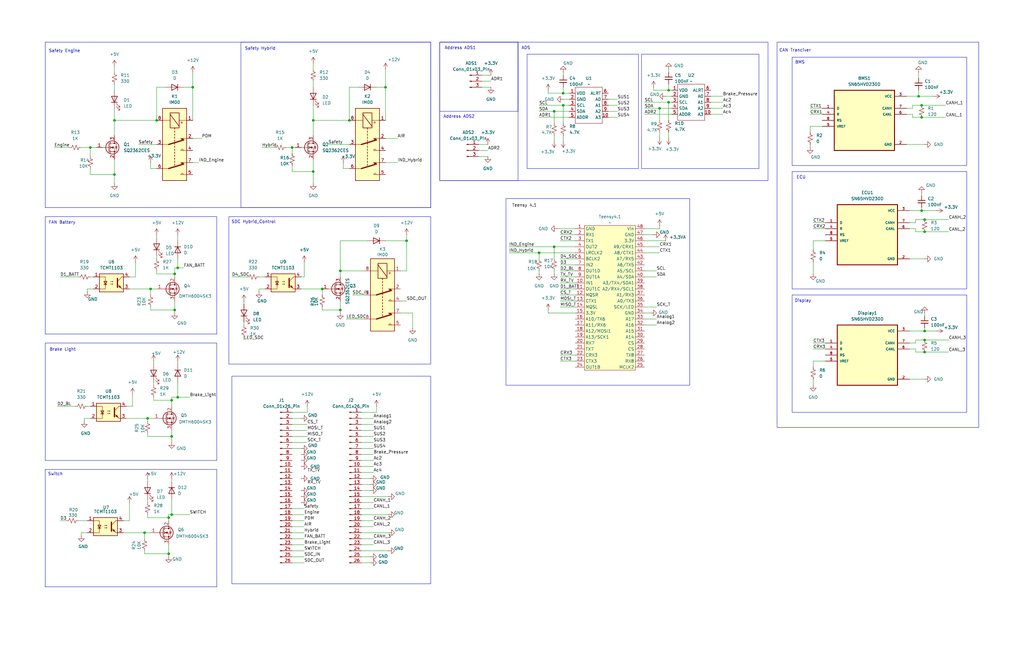
<source format=kicad_sch>
(kicad_sch (version 20250114) (generator "eeschema") (generator_version "9.0")
  (paper "B")
  (rectangle (start 334.01 124.46) (end 407.67 173.99))
  (rectangle (start 19.05 144.78) (end 91.44 194.31))
  (rectangle (start 185.42 17.78) (end 218.44 46.99))
  (rectangle (start 327.66 17.78) (end 412.75 180.34))
  (rectangle (start 334.01 24.13) (end 407.67 69.85))
  (rectangle (start 334.01 72.39) (end 407.67 121.92))
  (rectangle (start 185.42 17.78) (end 218.44 76.2))
  (rectangle (start 270.51 22.86) (end 320.04 71.12))
  (rectangle (start 19.05 91.44) (end 91.44 140.97))
  (rectangle (start 101.6 17.78) (end 181.61 87.63))
  (rectangle (start 222.25 22.86) (end 269.24 71.12))
  (rectangle (start 97.79 158.75) (end 181.61 246.38))
  (rectangle (start 185.42 17.78) (end 323.85 76.2))
  (rectangle (start 19.05 198.12) (end 91.44 247.65))
  (rectangle (start 96.52 91.44) (end 181.61 153.67))
  (rectangle (start 19.05 17.78) (end 181.61 87.63))
  (rectangle (start 213.36 83.82) (end 290.83 162.56))
  (text "Address ADS1" (at 194.056 20.32 0) (effects (font (size 1.27 1.27))))
  (text "BMS" (at 337.312 26.416 0) (effects (font (size 1.27 1.27))))
  (text "CAN Tranciver" (at 335.28 21.336 0) (effects (font (size 1.27 1.27))))
  (text "FAN Battery" (at 26.162 93.98 0) (effects (font (size 1.27 1.27))))
  (text "ADS" (at 221.742 20.32 0) (effects (font (size 1.27 1.27))))
  (text "SDC Hybrid_Control" (at 106.934 93.726 0) (effects (font (size 1.27 1.27))))
  (text "Switch" (at 23.368 200.152 0) (effects (font (size 1.27 1.27))))
  (text "Display" (at 338.582 127 0) (effects (font (size 1.27 1.27))))
  (text "ECU" (at 337.82 74.93 0) (effects (font (size 1.27 1.27))))
  (text "Safety Engine" (at 27.178 21.59 0) (effects (font (size 1.27 1.27))))
  (text "Safety Hybrid" (at 109.728 20.574 0) (effects (font (size 1.27 1.27))))
  (text "Brake Light" (at 26.416 147.574 0) (effects (font (size 1.27 1.27))))
  (text "Address ADS2" (at 193.548 49.276 0) (effects (font (size 1.27 1.27))))
  (junction (at 71.12 218.44))
  (junction (at 389.89 139.7))
  (junction (at 60.96 224.79))
  (junction (at 71.12 233.68))
  (junction (at 74.93 167.64))
  (junction (at 233.68 46.99))
  (junction (at 123.19 62.23))
  (junction (at 73.66 115.57))
  (junction (at 63.5 121.92))
  (junction (at 171.45 101.6))
  (junction (at 38.1 62.23))
  (junction (at 281.94 43.18))
  (junction (at 388.62 88.9))
  (junction (at 388.62 49.53))
  (junction (at 62.23 176.53))
  (junction (at 74.93 113.03))
  (junction (at 227.33 106.68))
  (junction (at 72.39 184.15))
  (junction (at 48.26 50.8))
  (junction (at 237.49 39.37))
  (junction (at 143.51 114.3))
  (junction (at 73.66 130.81))
  (junction (at 237.49 44.45))
  (junction (at 72.39 217.17))
  (junction (at 81.28 36.83))
  (junction (at 388.62 44.45))
  (junction (at 147.32 50.8))
  (junction (at 389.89 143.51))
  (junction (at 387.35 40.64))
  (junction (at 143.51 130.81))
  (junction (at 66.04 50.8))
  (junction (at 48.26 73.66))
  (junction (at 135.89 121.92))
  (junction (at 389.89 92.71))
  (junction (at 72.39 168.91))
  (junction (at 278.13 45.72))
  (junction (at 389.89 97.79))
  (junction (at 132.08 50.8))
  (junction (at 132.08 72.39))
  (junction (at 162.56 36.83))
  (junction (at 281.94 38.1))
  (junction (at 233.68 104.14))
  (junction (at 389.89 148.59))
  (wire (pts (xy 152.4 209.55) (xy 163.83 209.55)))
  (wire (pts (xy 384.81 48.26) (xy 382.27 48.26)))
  (wire (pts (xy 342.9 96.52) (xy 347.98 96.52)))
  (wire (pts (xy 123.19 229.87) (xy 128.27 229.87)))
  (wire (pts (xy 72.39 217.17) (xy 80.01 217.17)))
  (wire (pts (xy 143.51 114.3) (xy 153.67 114.3)))
  (wire (pts (xy 346.71 53.34) (xy 341.63 53.34)))
  (wire (pts (xy 25.4 219.71) (xy 27.94 219.71)))
  (wire (pts (xy 383.54 139.7) (xy 389.89 139.7)))
  (wire (pts (xy 231.14 130.81) (xy 231.14 132.08)))
  (wire (pts (xy 127 121.92) (xy 135.89 121.92)))
  (wire (pts (xy 152.4 181.61) (xy 157.48 181.61)))
  (wire (pts (xy 123.19 181.61) (xy 129.54 181.61)))
  (wire (pts (xy 271.78 106.68) (xy 278.13 106.68)))
  (wire (pts (xy 256.54 44.45) (xy 260.35 44.45)))
  (wire (pts (xy 123.19 176.53) (xy 127 176.53)))
  (wire (pts (xy 102.87 127) (xy 102.87 128.27)))
  (wire (pts (xy 123.19 237.49) (xy 128.27 237.49)))
  (wire (pts (xy 227.33 114.3) (xy 227.33 115.57)))
  (wire (pts (xy 147.32 36.83) (xy 151.13 36.83)))
  (wire (pts (xy 66.04 100.33) (xy 66.04 99.06)))
  (wire (pts (xy 123.19 62.23) (xy 123.19 64.77)))
  (wire (pts (xy 152.4 201.93) (xy 156.21 201.93)))
  (wire (pts (xy 81.28 58.42) (xy 85.09 58.42)))
  (wire (pts (xy 342.9 144.78) (xy 347.98 144.78)))
  (wire (pts (xy 63.5 130.81) (xy 73.66 130.81)))
  (wire (pts (xy 171.45 101.6) (xy 171.45 114.3)))
  (wire (pts (xy 34.29 224.79) (xy 34.29 226.06)))
  (wire (pts (xy 60.96 224.79) (xy 60.96 227.33)))
  (wire (pts (xy 152.4 217.17) (xy 163.83 217.17)))
  (wire (pts (xy 120.65 62.23) (xy 123.19 62.23)))
  (wire (pts (xy 347.98 152.4) (xy 342.9 152.4)))
  (wire (pts (xy 237.49 39.37) (xy 231.14 39.37)))
  (wire (pts (xy 74.93 167.64) (xy 80.01 167.64)))
  (wire (pts (xy 152.4 232.41) (xy 163.83 232.41)))
  (wire (pts (xy 256.54 41.91) (xy 260.35 41.91)))
  (wire (pts (xy 384.81 44.45) (xy 388.62 44.45)))
  (wire (pts (xy 123.19 72.39) (xy 132.08 72.39)))
  (wire (pts (xy 123.19 186.69) (xy 129.54 186.69)))
  (wire (pts (xy 237.49 44.45) (xy 240.03 44.45)))
  (wire (pts (xy 74.93 152.4) (xy 74.93 153.67)))
  (wire (pts (xy 388.62 81.28) (xy 388.62 82.55)))
  (wire (pts (xy 152.4 207.01) (xy 156.21 207.01)))
  (wire (pts (xy 342.9 110.49) (xy 342.9 115.57)))
  (wire (pts (xy 271.78 104.14) (xy 278.13 104.14)))
  (wire (pts (xy 271.78 45.72) (xy 278.13 45.72)))
  (wire (pts (xy 63.5 68.58) (xy 63.5 71.12)))
  (wire (pts (xy 201.93 66.04) (xy 205.74 66.04)))
  (wire (pts (xy 36.83 224.79) (xy 34.29 224.79)))
  (wire (pts (xy 388.62 44.45) (xy 398.78 44.45)))
  (wire (pts (xy 203.2 31.75) (xy 207.01 31.75)))
  (wire (pts (xy 152.4 199.39) (xy 157.48 199.39)))
  (wire (pts (xy 383.54 144.78) (xy 386.08 144.78)))
  (wire (pts (xy 63.5 71.12) (xy 66.04 71.12)))
  (wire (pts (xy 72.39 171.45) (xy 72.39 168.91)))
  (wire (pts (xy 72.39 184.15) (xy 72.39 186.69)))
  (wire (pts (xy 236.22 149.86) (xy 242.57 149.86)))
  (wire (pts (xy 74.93 99.06) (xy 74.93 101.6)))
  (wire (pts (xy 102.87 135.89) (xy 102.87 137.16)))
  (wire (pts (xy 389.89 138.43) (xy 389.89 139.7)))
  (wire (pts (xy 171.45 114.3) (xy 168.91 114.3)))
  (wire (pts (xy 62.23 176.53) (xy 62.23 177.8)))
  (wire (pts (xy 386.08 144.78) (xy 386.08 143.51)))
  (wire (pts (xy 299.72 45.72) (xy 304.8 45.72)))
  (wire (pts (xy 214.63 106.68) (xy 227.33 106.68)))
  (wire (pts (xy 227.33 44.45) (xy 237.49 44.45)))
  (wire (pts (xy 62.23 176.53) (xy 64.77 176.53)))
  (wire (pts (xy 110.49 62.23) (xy 115.57 62.23)))
  (wire (pts (xy 299.72 43.18) (xy 304.8 43.18)))
  (wire (pts (xy 81.28 36.83) (xy 81.28 50.8)))
  (wire (pts (xy 64.77 152.4) (xy 64.77 153.67)))
  (wire (pts (xy 53.34 171.45) (xy 55.88 171.45)))
  (wire (pts (xy 271.78 96.52) (xy 278.13 96.52)))
  (wire (pts (xy 386.08 143.51) (xy 389.89 143.51)))
  (wire (pts (xy 152.4 179.07) (xy 157.48 179.07)))
  (wire (pts (xy 62.23 217.17) (xy 62.23 218.44)))
  (wire (pts (xy 237.49 57.15) (xy 237.49 59.69)))
  (wire (pts (xy 38.1 62.23) (xy 38.1 66.04)))
  (wire (pts (xy 152.4 189.23) (xy 157.48 189.23)))
  (wire (pts (xy 81.28 30.48) (xy 81.28 36.83)))
  (wire (pts (xy 281.94 35.56) (xy 281.94 38.1)))
  (wire (pts (xy 48.26 57.15) (xy 48.26 50.8)))
  (wire (pts (xy 236.22 111.76) (xy 242.57 111.76)))
  (wire (pts (xy 35.56 176.53) (xy 35.56 177.8)))
  (wire (pts (xy 74.93 113.03) (xy 77.47 113.03)))
  (wire (pts (xy 62.23 184.15) (xy 62.23 182.88)))
  (wire (pts (xy 143.51 127) (xy 143.51 130.81)))
  (wire (pts (xy 201.93 63.5) (xy 205.74 63.5)))
  (wire (pts (xy 271.78 132.08) (xy 274.32 132.08)))
  (wire (pts (xy 256.54 49.53) (xy 260.35 49.53)))
  (wire (pts (xy 53.34 176.53) (xy 62.23 176.53)))
  (wire (pts (xy 237.49 41.91) (xy 240.03 41.91)))
  (wire (pts (xy 48.26 27.94) (xy 48.26 30.48)))
  (wire (pts (xy 237.49 30.48) (xy 237.49 31.75)))
  (wire (pts (xy 173.99 132.08) (xy 173.99 138.43)))
  (wire (pts (xy 24.13 171.45) (xy 31.75 171.45)))
  (wire (pts (xy 152.4 191.77) (xy 157.48 191.77)))
  (wire (pts (xy 278.13 45.72) (xy 278.13 50.8)))
  (wire (pts (xy 384.81 49.53) (xy 384.81 48.26)))
  (wire (pts (xy 256.54 46.99) (xy 260.35 46.99)))
  (wire (pts (xy 152.4 222.25) (xy 157.48 222.25)))
  (wire (pts (xy 33.02 219.71) (xy 36.83 219.71)))
  (wire (pts (xy 152.4 186.69) (xy 157.48 186.69)))
  (wire (pts (xy 22.86 62.23) (xy 29.21 62.23)))
  (wire (pts (xy 132.08 26.67) (xy 132.08 29.21)))
  (wire (pts (xy 233.68 57.15) (xy 233.68 59.69)))
  (wire (pts (xy 62.23 218.44) (xy 71.12 218.44)))
  (wire (pts (xy 233.68 104.14) (xy 242.57 104.14)))
  (wire (pts (xy 135.89 121.92) (xy 135.89 124.46)))
  (wire (pts (xy 154.94 101.6) (xy 143.51 101.6)))
  (wire (pts (xy 152.4 229.87) (xy 157.48 229.87)))
  (wire (pts (xy 386.08 92.71) (xy 389.89 92.71)))
  (wire (pts (xy 152.4 184.15) (xy 157.48 184.15)))
  (wire (pts (xy 73.66 115.57) (xy 73.66 113.03)))
  (wire (pts (xy 271.78 48.26) (xy 283.21 48.26)))
  (wire (pts (xy 73.66 116.84) (xy 73.66 115.57)))
  (wire (pts (xy 162.56 29.21) (xy 162.56 36.83)))
  (wire (pts (xy 383.54 88.9) (xy 388.62 88.9)))
  (wire (pts (xy 60.96 224.79) (xy 63.5 224.79)))
  (wire (pts (xy 341.63 48.26) (xy 346.71 48.26)))
  (wire (pts (xy 278.13 55.88) (xy 278.13 58.42)))
  (wire (pts (xy 129.54 171.45) (xy 129.54 173.99)))
  (wire (pts (xy 97.79 116.84) (xy 104.14 116.84)))
  (wire (pts (xy 342.9 101.6) (xy 342.9 105.41)))
  (wire (pts (xy 389.89 143.51) (xy 400.05 143.51)))
  (wire (pts (xy 123.19 219.71) (xy 128.27 219.71)))
  (wire (pts (xy 386.08 96.52) (xy 383.54 96.52)))
  (wire (pts (xy 152.4 234.95) (xy 156.21 234.95)))
  (wire (pts (xy 64.77 168.91) (xy 72.39 168.91)))
  (wire (pts (xy 162.56 68.58) (xy 167.64 68.58)))
  (wire (pts (xy 132.08 34.29) (xy 132.08 36.83)))
  (wire (pts (xy 72.39 167.64) (xy 72.39 168.91)))
  (wire (pts (xy 71.12 229.87) (xy 71.12 233.68)))
  (wire (pts (xy 66.04 50.8) (xy 66.04 36.83)))
  (wire (pts (xy 281.94 55.88) (xy 281.94 58.42)))
  (wire (pts (xy 271.78 134.62) (xy 276.86 134.62)))
  (wire (pts (xy 54.61 121.92) (xy 63.5 121.92)))
  (wire (pts (xy 152.4 194.31) (xy 157.48 194.31)))
  (wire (pts (xy 132.08 44.45) (xy 132.08 50.8)))
  (wire (pts (xy 77.47 36.83) (xy 81.28 36.83)))
  (wire (pts (xy 236.22 124.46) (xy 242.57 124.46)))
  (wire (pts (xy 54.61 219.71) (xy 54.61 212.09)))
  (wire (pts (xy 66.04 107.95) (xy 66.04 109.22)))
  (wire (pts (xy 388.62 49.53) (xy 398.78 49.53)))
  (wire (pts (xy 271.78 114.3) (xy 276.86 114.3)))
  (wire (pts (xy 62.23 210.82) (xy 62.23 212.09)))
  (wire (pts (xy 123.19 179.07) (xy 129.54 179.07)))
  (wire (pts (xy 201.93 60.96) (xy 205.74 60.96)))
  (wire (pts (xy 135.89 129.54) (xy 135.89 130.81)))
  (wire (pts (xy 236.22 114.3) (xy 242.57 114.3)))
  (wire (pts (xy 237.49 36.83) (xy 237.49 39.37)))
  (wire (pts (xy 143.51 130.81) (xy 143.51 132.08)))
  (wire (pts (xy 127 116.84) (xy 128.27 116.84)))
  (wire (pts (xy 281.94 43.18) (xy 281.94 50.8)))
  (wire (pts (xy 123.19 232.41) (xy 128.27 232.41)))
  (wire (pts (xy 123.19 227.33) (xy 128.27 227.33)))
  (wire (pts (xy 123.19 173.99) (xy 129.54 173.99)))
  (wire (pts (xy 25.4 116.84) (xy 33.02 116.84)))
  (wire (pts (xy 52.07 224.79) (xy 60.96 224.79)))
  (wire (pts (xy 123.19 214.63) (xy 128.27 214.63)))
  (wire (pts (xy 382.27 60.96) (xy 389.89 60.96)))
  (wire (pts (xy 62.23 184.15) (xy 72.39 184.15)))
  (wire (pts (xy 152.4 214.63) (xy 157.48 214.63)))
  (wire (pts (xy 233.68 46.99) (xy 240.03 46.99)))
  (wire (pts (xy 152.4 224.79) (xy 163.83 224.79)))
  (wire (pts (xy 387.35 38.1) (xy 387.35 40.64)))
  (wire (pts (xy 144.78 68.58) (xy 144.78 71.12)))
  (wire (pts (xy 64.77 167.64) (xy 64.77 168.91)))
  (wire (pts (xy 66.04 115.57) (xy 73.66 115.57)))
  (wire (pts (xy 123.19 184.15) (xy 129.54 184.15)))
  (wire (pts (xy 111.76 121.92) (xy 109.22 121.92)))
  (wire (pts (xy 214.63 104.14) (xy 233.68 104.14)))
  (wire (pts (xy 236.22 116.84) (xy 242.57 116.84)))
  (wire (pts (xy 278.13 96.52) (xy 278.13 95.25)))
  (wire (pts (xy 271.78 99.06) (xy 275.59 99.06)))
  (wire (pts (xy 383.54 109.22) (xy 389.89 109.22)))
  (wire (pts (xy 383.54 93.98) (xy 386.08 93.98)))
  (wire (pts (xy 66.04 114.3) (xy 66.04 115.57)))
  (wire (pts (xy 341.63 45.72) (xy 346.71 45.72)))
  (wire (pts (xy 389.89 148.59) (xy 400.05 148.59)))
  (wire (pts (xy 271.78 129.54) (xy 276.86 129.54)))
  (wire (pts (xy 387.35 40.64) (xy 393.7 40.64)))
  (wire (pts (xy 236.22 127) (xy 242.57 127)))
  (wire (pts (xy 58.42 60.96) (xy 66.04 60.96)))
  (wire (pts (xy 63.5 129.54) (xy 63.5 130.81)))
  (wire (pts (xy 231.14 132.08) (xy 242.57 132.08)))
  (wire (pts (xy 48.26 50.8) (xy 66.04 50.8)))
  (wire (pts (xy 234.95 96.52) (xy 242.57 96.52)))
  (wire (pts (xy 347.98 101.6) (xy 342.9 101.6)))
  (wire (pts (xy 386.08 148.59) (xy 386.08 147.32)))
  (wire (pts (xy 123.19 234.95) (xy 128.27 234.95)))
  (wire (pts (xy 162.56 101.6) (xy 171.45 101.6)))
  (wire (pts (xy 342.9 93.98) (xy 347.98 93.98)))
  (wire (pts (xy 158.75 171.45) (xy 158.75 173.99)))
  (wire (pts (xy 341.63 60.96) (xy 341.63 62.23)))
  (wire (pts (xy 236.22 119.38) (xy 242.57 119.38)))
  (wire (pts (xy 233.68 104.14) (xy 233.68 109.22)))
  (wire (pts (xy 281.94 43.18) (xy 283.21 43.18)))
  (wire (pts (xy 389.89 92.71) (xy 400.05 92.71)))
  (wire (pts (xy 152.4 212.09) (xy 157.48 212.09)))
  (wire (pts (xy 38.1 71.12) (xy 38.1 73.66)))
  (wire (pts (xy 36.83 121.92) (xy 36.83 123.19)))
  (wire (pts (xy 64.77 161.29) (xy 64.77 162.56)))
  (wire (pts (xy 162.56 36.83) (xy 158.75 36.83)))
  (wire (pts (xy 146.05 134.62) (xy 153.67 134.62)))
  (wire (pts (xy 227.33 106.68) (xy 242.57 106.68)))
  (wire (pts (xy 237.49 44.45) (xy 237.49 52.07)))
  (wire (pts (xy 168.91 127) (xy 171.45 127)))
  (wire (pts (xy 152.4 237.49) (xy 156.21 237.49)))
  (wire (pts (xy 128.27 116.84) (xy 128.27 110.49)))
  (wire (pts (xy 389.89 148.59) (xy 386.08 148.59)))
  (wire (pts (xy 54.61 116.84) (xy 57.15 116.84)))
  (wire (pts (xy 48.26 35.56) (xy 48.26 38.1)))
  (wire (pts (xy 236.22 101.6) (xy 242.57 101.6)))
  (wire (pts (xy 36.83 171.45) (xy 38.1 171.45)))
  (wire (pts (xy 236.22 121.92) (xy 242.57 121.92)))
  (wire (pts (xy 38.1 176.53) (xy 35.56 176.53)))
  (wire (pts (xy 271.78 116.84) (xy 276.86 116.84)))
  (wire (pts (xy 73.66 127) (xy 73.66 130.81)))
  (wire (pts (xy 236.22 99.06) (xy 242.57 99.06)))
  (wire (pts (xy 148.59 124.46) (xy 153.67 124.46)))
  (wire (pts (xy 123.19 217.17) (xy 128.27 217.17)))
  (wire (pts (xy 283.21 38.1) (xy 281.94 38.1)))
  (wire (pts (xy 342.9 152.4) (xy 342.9 154.94)))
  (wire (pts (xy 342.9 160.02) (xy 342.9 162.56)))
  (wire (pts (xy 152.4 219.71) (xy 157.48 219.71)))
  (wire (pts (xy 299.72 48.26) (xy 304.8 48.26)))
  (wire (pts (xy 109.22 121.92) (xy 109.22 123.19)))
  (wire (pts (xy 203.2 34.29) (xy 207.01 34.29)))
  (wire (pts (xy 48.26 73.66) (xy 48.26 77.47)))
  (wire (pts (xy 158.75 173.99) (xy 152.4 173.99)))
  (wire (pts (xy 63.5 121.92) (xy 63.5 124.46)))
  (wire (pts (xy 38.1 62.23) (xy 40.64 62.23)))
  (wire (pts (xy 39.37 121.92) (xy 36.83 121.92)))
  (wire (pts (xy 203.2 36.83) (xy 207.01 36.83)))
  (wire (pts (xy 62.23 201.93) (xy 62.23 203.2)))
  (wire (pts (xy 73.66 130.81) (xy 73.66 132.08)))
  (wire (pts (xy 73.66 113.03) (xy 74.93 113.03)))
  (wire (pts (xy 386.08 97.79) (xy 386.08 96.52)))
  (wire (pts (xy 271.78 43.18) (xy 281.94 43.18)))
  (wire (pts (xy 34.29 62.23) (xy 38.1 62.23)))
  (wire (pts (xy 48.26 45.72) (xy 48.26 50.8)))
  (wire (pts (xy 387.35 30.48) (xy 387.35 33.02)))
  (wire (pts (xy 227.33 106.68) (xy 227.33 109.22)))
  (wire (pts (xy 233.68 46.99) (xy 233.68 52.07)))
  (wire (pts (xy 389.89 139.7) (xy 394.97 139.7)))
  (wire (pts (xy 132.08 72.39) (xy 132.08 77.47)))
  (wire (pts (xy 72.39 201.93) (xy 72.39 203.2)))
  (wire (pts (xy 74.93 109.22) (xy 74.93 113.03)))
  (wire (pts (xy 152.4 196.85) (xy 157.48 196.85)))
  (wire (pts (xy 60.96 232.41) (xy 60.96 233.68)))
  (wire (pts (xy 231.14 39.37) (xy 231.14 38.1)))
  (wire (pts (xy 132.08 50.8) (xy 132.08 57.15)))
  (wire (pts (xy 389.89 97.79) (xy 386.08 97.79)))
  (wire (pts (xy 123.19 189.23) (xy 127 189.23)))
  (wire (pts (xy 168.91 132.08) (xy 173.99 132.08)))
  (wire (pts (xy 74.93 161.29) (xy 74.93 167.64)))
  (wire (pts (xy 71.12 234.95) (xy 71.12 233.68)))
  (wire (pts (xy 152.4 204.47) (xy 156.21 204.47)))
  (wire (pts (xy 48.26 67.31) (xy 48.26 73.66)))
  (wire (pts (xy 66.04 36.83) (xy 69.85 36.83)))
  (wire (pts (xy 123.19 224.79) (xy 128.27 224.79)))
  (wire (pts (xy 63.5 121.92) (xy 66.04 121.92)))
  (wire (pts (xy 162.56 58.42) (xy 167.64 58.42)))
  (wire (pts (xy 227.33 46.99) (xy 233.68 46.99)))
  (wire (pts (xy 271.78 101.6) (xy 280.67 101.6)))
  (wire (pts (xy 123.19 72.39) (xy 123.19 69.85)))
  (wire (pts (xy 147.32 50.8) (xy 147.32 36.83)))
  (wire (pts (xy 162.56 50.8) (xy 162.56 36.83)))
  (wire (pts (xy 341.63 53.34) (xy 341.63 55.88)))
  (wire (pts (xy 227.33 49.53) (xy 240.03 49.53)))
  (wire (pts (xy 152.4 227.33) (xy 157.48 227.33)))
  (wire (pts (xy 143.51 116.84) (xy 143.51 114.3)))
  (wire (pts (xy 109.22 116.84) (xy 111.76 116.84)))
  (wire (pts (xy 57.15 116.84) (xy 57.15 110.49)))
  (wire (pts (xy 240.03 39.37) (xy 237.49 39.37)))
  (wire (pts (xy 138.43 60.96) (xy 147.32 60.96)))
  (wire (pts (xy 102.87 142.24) (xy 102.87 143.51)))
  (wire (pts (xy 60.96 233.68) (xy 71.12 233.68)))
  (wire (pts (xy 280.67 40.64) (xy 283.21 40.64)))
  (wire (pts (xy 278.13 45.72) (xy 283.21 45.72)))
  (wire (pts (xy 389.89 97.79) (xy 400.05 97.79)))
  (wire (pts (xy 236.22 129.54) (xy 242.57 129.54)))
  (wire (pts (xy 71.12 218.44) (xy 71.12 217.17)))
  (wire (pts (xy 123.19 62.23) (xy 124.46 62.23)))
  (wire (pts (xy 152.4 176.53) (xy 157.48 176.53)))
  (wire (pts (xy 143.51 101.6) (xy 143.51 114.3)))
  (wire (pts (xy 388.62 87.63) (xy 388.62 88.9)))
  (wire (pts (xy 342.9 147.32) (xy 347.98 147.32)))
  (wire (pts (xy 71.12 217.17) (xy 72.39 217.17)))
  (wire (pts (xy 236.22 109.22) (xy 242.57 109.22)))
  (wire (pts (xy 72.39 181.61) (xy 72.39 184.15)))
  (wire (pts (xy 52.07 219.71) (xy 54.61 219.71)))
  (wire (pts (xy 384.81 45.72) (xy 384.81 44.45)))
  (wire (pts (xy 233.68 114.3) (xy 233.68 115.57)))
  (wire (pts (xy 72.39 210.82) (xy 72.39 217.17)))
  (wire (pts (xy 386.08 92.71) (xy 386.08 93.98)))
  (wire (pts (xy 382.27 40.64) (xy 387.35 40.64)))
  (wire (pts (xy 38.1 116.84) (xy 39.37 116.84)))
  (wire (pts (xy 281.94 29.21) (xy 281.94 30.48)))
  (wire (pts (xy 144.78 71.12) (xy 147.32 71.12)))
  (wire (pts (xy 132.08 50.8) (xy 147.32 50.8)))
  (wire (pts (xy 81.28 68.58) (xy 83.82 68.58)))
  (wire (pts (xy 389.89 133.35) (xy 389.89 132.08)))
  (wire (pts (xy 171.45 99.06) (xy 171.45 101.6)))
  (wire (pts (xy 383.54 160.02) (xy 389.89 160.02)))
  (wire (pts (xy 236.22 152.4) (xy 242.57 152.4)))
  (wire (pts (xy 123.19 222.25) (xy 128.27 222.25)))
  (wire (pts (xy 71.12 219.71) (xy 71.12 218.44)))
  (wire (pts (xy 72.39 167.64) (xy 74.93 167.64)))
  (wire (pts (xy 135.89 130.81) (xy 143.51 130.81)))
  (wire (pts (xy 299.72 40.64) (xy 304.8 40.64)))
  (wire (pts (xy 275.59 38.1) (xy 275.59 36.83)))
  (wire (pts (xy 55.88 171.45) (xy 55.88 166.37)))
  (wire (pts (xy 281.94 38.1) (xy 275.59 38.1)))
  (wire (pts (xy 388.62 88.9) (xy 394.97 88.9)))
  (wire (pts (xy 386.08 147.32) (xy 383.54 147.32)))
  (wire (pts (xy 382.27 45.72) (xy 384.81 45.72)))
  (wire (pts (xy 38.1 73.66) (xy 48.26 73.66)))
  (wire (pts (xy 388.62 49.53) (xy 384.81 49.53)))
  (wire (pts (xy 271.78 137.16) (xy 276.86 137.16)))
  (wire (pts (xy 132.08 67.31) (xy 132.08 72.39)))
  (label "Analog1" (at 157.48 176.53 0))
  (label "Safety" (at 58.42 60.96 0))
  (label "D2_BL" (at 24.13 171.45 0))
  (label "Engine" (at 22.86 62.23 0))
  (label "SCL" (at 271.78 43.18 0))
  (label "CANL_2" (at 157.48 222.25 0))
  (label "PDM" (at 128.27 219.71 0))
  (label "Ac3" (at 304.8 45.72 0))
  (label "SUS2" (at 260.35 44.45 0))
  (label "SUS4" (at 260.35 49.53 0))
  (label "TX_TV" (at 129.54 199.39 0))
  (label "CANL_3" (at 157.48 229.87 0))
  (label "MISO_T" (at 236.22 129.54 0))
  (label "MISO_T" (at 129.54 184.15 0))
  (label "CTX3" (at 342.9 144.78 0))
  (label "SUS4" (at 157.48 189.23 0))
  (label "MOSI_T" (at 236.22 127 0))
  (label "SUS1" (at 157.48 181.61 0))
  (label "Ac2" (at 304.8 43.18 0))
  (label "CTX3" (at 236.22 152.4 0))
  (label "SDC_IN" (at 128.27 234.95 0))
  (label "D3" (at 25.4 219.71 0))
  (label "ADR2" (at 271.78 48.26 0))
  (label "SWITCH" (at 128.27 232.41 0))
  (label "SCL" (at 227.33 44.45 0))
  (label "Ac3" (at 157.48 196.85 0))
  (label "D4_SDC" (at 236.22 109.22 0))
  (label "SDC_IN" (at 148.59 124.46 0))
  (label "MOSI_T" (at 129.54 181.61 0))
  (label "D1_BATT" (at 236.22 121.92 0))
  (label "AIR" (at 167.64 58.42 0))
  (label "D4_SDC" (at 97.79 116.84 0))
  (label "SUS3" (at 260.35 46.99 0))
  (label "LED_SDC" (at 146.05 134.62 0))
  (label "CRX2" (at 236.22 99.06 0))
  (label "SUS3" (at 157.48 186.69 0))
  (label "SDA" (at 227.33 46.99 0))
  (label "D1_BATT" (at 25.4 116.84 0))
  (label "Hybrid" (at 110.49 62.23 0))
  (label "CTX1" (at 341.63 45.72 0))
  (label "D2_BL" (at 236.22 114.3 0))
  (label "SDA" (at 276.86 116.84 0))
  (label "CRX1" (at 341.63 48.26 0))
  (label "CTX1" (at 278.13 106.68 0))
  (label "Brake_Pressure" (at 304.8 40.64 0))
  (label "CANL_3" (at 400.05 148.59 0))
  (label "SDC_OUT" (at 128.27 237.49 0))
  (label "RX_TV" (at 129.54 204.47 0))
  (label "SDC_OUT" (at 171.45 127 0))
  (label "Analog2" (at 276.86 137.16 0))
  (label "ADR1" (at 227.33 49.53 0))
  (label "SCK_T" (at 276.86 129.54 0))
  (label "SDA" (at 271.78 45.72 0))
  (label "IND_Engine" (at 214.63 104.14 0))
  (label "CANH_2" (at 400.05 92.71 0))
  (label "RX_TV" (at 236.22 119.38 0))
  (label "Analog2" (at 157.48 179.07 0))
  (label "FAN_BATT" (at 77.47 113.03 0))
  (label "Analog1" (at 276.86 134.62 0))
  (label "CTX2" (at 342.9 93.98 0))
  (label "Teensy 4.1" (at 215.9 87.63 0))
  (label "FAN_BATT" (at 128.27 227.33 0))
  (label "IND_Hybrid" (at 167.64 68.58 0))
  (label "SUS1" (at 260.35 41.91 0))
  (label "CANH_1" (at 398.78 44.45 0))
  (label "TX_TV" (at 236.22 116.84 0))
  (label "D3" (at 236.22 111.76 0))
  (label "AIR" (at 128.27 222.25 0))
  (label "SUS2" (at 157.48 184.15 0))
  (label "CANL_2" (at 400.05 97.79 0))
  (label "CRX3" (at 342.9 147.32 0))
  (label "CANH_2" (at 157.48 219.71 0))
  (label "Hybrid" (at 128.27 224.79 0))
  (label "Engine" (at 128.27 217.17 0))
  (label "CRX1" (at 278.13 104.14 0))
  (label "Brake_Light" (at 80.01 167.64 0))
  (label "CRX2" (at 342.9 96.52 0))
  (label "CANL_1" (at 398.78 49.53 0))
  (label "PDM" (at 85.09 58.42 0))
  (label "SCK_T" (at 129.54 186.69 0))
  (label "CS_T" (at 236.22 124.46 0))
  (label "CANH_1" (at 157.48 212.09 0))
  (label "SCL" (at 276.86 114.3 0))
  (label "Ac2" (at 157.48 194.31 0))
  (label "Safety" (at 128.27 214.63 0))
  (label "CANH_3" (at 400.05 143.51 0))
  (label "ADR2" (at 205.74 63.5 0))
  (label "CRX3" (at 236.22 149.86 0))
  (label "SWITCH" (at 80.01 217.17 0))
  (label "CANL_1" (at 157.48 214.63 0))
  (label "IND_Hybrid" (at 214.63 106.68 0))
  (label "Brake_Light" (at 128.27 229.87 0))
  (label "Ac4" (at 304.8 48.26 0))
  (label "Brake_Pressure" (at 157.48 191.77 0))
  (label "IND_Engine" (at 83.82 68.58 0))
  (label "CANH_3" (at 157.48 227.33 0))
  (label "CS_T" (at 129.54 179.07 0))
  (label "Safety" (at 138.43 60.96 0))
  (label "CTX2" (at 236.22 101.6 0))
  (label "ADR1" (at 207.01 34.29 0))
  (label "LED_SDC" (at 102.87 143.51 0))
  (label "Ac4" (at 157.48 199.39 0))
  (symbol (lib_id "power:GND") (at 237.49 41.91 270) (unit 1)
    (property "Reference" "#PWR017" (effects (hide yes)))
    (property "Value" "GND" (at 233.68 41.9099 90) (effects (justify right)))
    (property "Description" "Power symbol creates a global label with name \"GND\" , ground" (effects (hide yes)))
  )
  (symbol (lib_id "Device:R_Small_US") (at 132.08 31.75 0) (unit 1)
    (property "Reference" "R12" (at 134.62 30.4799 0) (effects (justify left)))
    (property "Value" "330" (at 134.62 33.0199 0) (effects (justify left)))
    (property "Footprint" "Resistor_SMD:R_0603_1608Metric_Pad0.98x0.95mm_HandSolder" (effects (hide yes)))
    (property "Description" "Resistor, small US symbol" (effects (hide yes)))
  )
  (symbol (lib_id "power:GND") (at 280.67 40.64 270) (unit 1)
    (property "Reference" "#PWR018" (effects (hide yes)))
    (property "Value" "GND" (at 278.13 39.878 90) (effects (justify right)))
    (property "Description" "Power symbol creates a global label with name \"GND\" , ground" (effects (hide yes)))
  )
  (symbol (lib_id "Transistor_FET:2N7002K") (at 140.97 121.92 0) (unit 1)
    (property "Reference" "Q3" (at 147.32 120.6499 0) (effects (justify left)))
    (property "Value" "SQ2362CES" (at 146.558 128.524 90) (effects (justify left)))
    (property "Footprint" "Package_TO_SOT_SMD:SOT-23" (effects (hide yes)))
    (property "Datasheet" "https://www.diodes.com/assets/Datasheets/ds30896.pdf" (effects (hide yes)))
    (property "Description" "0.38A Id, 60V Vds, N-Channel MOSFET, SOT-23" (effects (hide yes)))
  )
  (symbol (lib_id "power:+12V") (at 72.39 201.93 0) (unit 1)
    (property "Reference" "#PWR069" (effects (hide yes)))
    (property "Value" "+12V" (at 75.692 199.898 0))
    (property "Description" "Power symbol creates a global label with name \"+12V\"" (effects (hide yes)))
  )
  (symbol (lib_id "Transistor_FET:BSP89") (at 69.85 176.53 0) (unit 1)
    (property "Reference" "Q5" (at 76.2 175.2599 0) (effects (justify left)))
    (property "Value" "DMTH6004SK3" (at 75.438 178.054 0) (effects (justify left)))
    (property "Footprint" "Package_TO_SOT_SMD:TO-252-2" (effects (hide yes)))
    (property "Datasheet" "https://www.infineon.com/dgdl/Infineon-BSP89-DS-v02_02-en.pdf?fileId=db3a30433b47825b013b4b8a07f90d55" (effects (hide yes)))
    (property "Description" "0.35A Id, 240V Vds, N-Channel Enhancement Mode MOSFET, SOT-223" (effects (hide yes)))
  )
  (symbol (lib_id "power:+5V") (at 132.08 26.67 0) (unit 1)
    (property "Reference" "#PWR032" (effects (hide yes)))
    (property "Value" "+5V" (at 132.08 21.59 0))
    (property "Description" "Power symbol creates a global label with name \"+5V\"" (effects (hide yes)))
  )
  (symbol (lib_id "Device:R_Small_US") (at 227.33 111.76 0) (unit 1)
    (property "Reference" "R18" (at 222.758 110.49 0) (effects (justify left)))
    (property "Value" "10K" (at 222.25 113.284 0) (effects (justify left)))
    (property "Footprint" "Resistor_SMD:R_0603_1608Metric_Pad0.98x0.95mm_HandSolder" (effects (hide yes)))
    (property "Description" "Resistor, small US symbol" (effects (hide yes)))
  )
  (symbol (lib_id "teensy41:teensy4.1") (at 246.38 92.71 0) (unit 1)
    (property "Reference" "Teensy4.1" (at 257.175 91.44 0))
    (property "Value" "~" (at 257.175 93.98 0))
    (property "Footprint" "teensy:Teensy41" (effects (hide yes)))
    (property "Datasheet" "https://www.pjrc.com/store/teensy41.html" (effects (hide yes)))
    (property "Description" "harusnya aman ges" (effects (hide yes)))
  )
  (symbol (lib_id "power:+3.3V") (at 394.97 88.9 270) (unit 1)
    (property "Reference" "#PWR05" (effects (hide yes)))
    (property "Value" "+3.3V" (at 398.018 87.376 90) (effects (justify left)))
    (property "Description" "Power symbol creates a global label with name \"+3.3V\"" (effects (hide yes)))
  )
  (symbol (lib_id "power:GND") (at 388.62 81.28 180) (unit 1)
    (property "Reference" "#PWR08" (effects (hide yes)))
    (property "Value" "GND" (at 392.43 78.232 0))
    (property "Description" "Power symbol creates a global label with name \"GND\" , ground" (effects (hide yes)))
  )
  (symbol (lib_id "SN65HVD230D:SN65HVD230D") (at 364.49 50.8 0) (unit 1)
    (property "Reference" "BMS1" (at 364.49 33.02 0))
    (property "Value" "SN65HVD230D" (at 364.49 35.56 0))
    (property "Footprint" "CAN Tranciver:SOIC127P599X175-8N" (effects (hide yes)))
    (property "MF" "Texas Instruments" (effects (hide yes)))
    (property "Description_1" "3.3 V CAN Transceiver with Standby Mode" (effects (hide yes)))
    (property "Package" "SOIC-8 Texas Instruments" (effects (hide yes)))
    (property "Price" "None" (effects (hide yes)))
    (property "SnapEDA_Link" "https://www.snapeda.com/parts/SN65HVD230D/Texas+Instruments/view-part/?ref=snap" (effects (hide yes)))
    (property "MP" "SN65HVD230D" (effects (hide yes)))
    (property "Availability" "In Stock" (effects (hide yes)))
    (property "Check_prices" "https://www.snapeda.com/parts/SN65HVD230D/Texas+Instruments/view-part/?ref=eda" (effects (hide yes)))
  )
  (symbol (lib_id "Transistor_FET:BSP89") (at 71.12 121.92 0) (unit 1)
    (property "Reference" "Q4" (at 77.47 120.6499 0) (effects (justify left)))
    (property "Value" "DMTH6004SK3" (at 75.438 124.968 0) (effects (justify left)))
    (property "Footprint" "Package_TO_SOT_SMD:TO-252-2" (effects (hide yes)))
    (property "Datasheet" "https://www.infineon.com/dgdl/Infineon-BSP89-DS-v02_02-en.pdf?fileId=db3a30433b47825b013b4b8a07f90d55" (effects (hide yes)))
    (property "Description" "0.35A Id, 240V Vds, N-Channel Enhancement Mode MOSFET, SOT-223" (effects (hide yes)))
  )
  (symbol (lib_id "power:GND") (at 127 201.93 90) (unit 1)
    (property "Reference" "#PWR073" (effects (hide yes)))
    (property "Value" "GND" (at 130.81 201.9299 90) (effects (justify right)))
    (property "Description" "Power symbol creates a global label with name \"GND\" , ground" (effects (hide yes)))
  )
  (symbol (lib_id "power:GND") (at 341.63 62.23 0) (unit 1)
    (property "Reference" "#PWR01" (effects (hide yes)))
    (property "Value" "GND" (at 343.916 66.294 0))
    (property "Description" "Power symbol creates a global label with name \"GND\" , ground" (effects (hide yes)))
  )
  (symbol (lib_id "power:GND") (at 173.99 138.43 0) (unit 1)
    (property "Reference" "#PWR058" (effects (hide yes)))
    (property "Value" "GND" (at 173.99 143.51 0))
    (property "Description" "Power symbol creates a global label with name \"GND\" , ground" (effects (hide yes)))
  )
  (symbol (lib_id "power:+3.3V") (at 278.13 58.42 180) (unit 1)
    (property "Reference" "#PWR024" (effects (hide yes)))
    (property "Value" "+3.3V" (at 276.098 62.738 0))
    (property "Description" "Power symbol creates a global label with name \"+3.3V\"" (effects (hide yes)))
  )
  (symbol (lib_id "Device:R_Small_US") (at 389.89 95.25 0) (unit 1)
    (property "Reference" "R3" (at 392.43 93.9799 0) (effects (justify left)))
    (property "Value" "120" (at 392.43 96.5199 0) (effects (justify left)))
    (property "Footprint" "Resistor_SMD:R_0603_1608Metric_Pad0.98x0.95mm_HandSolder" (effects (hide yes)))
    (property "Description" "Resistor, small US symbol" (effects (hide yes)))
  )
  (symbol (lib_id "power:GND") (at 207.01 36.83 0) (unit 1)
    (property "Reference" "#PWR019" (effects (hide yes)))
    (property "Value" "GND" (at 207.01 41.91 0))
    (property "Description" "Power symbol creates a global label with name \"GND\" , ground" (effects (hide yes)))
  )
  (symbol (lib_id "Device:D") (at 72.39 207.01 270) (unit 1)
    (property "Reference" "D12" (at 74.93 205.7399 90) (effects (justify left)))
    (property "Value" "D" (at 74.93 208.2799 90) (effects (justify left)))
    (property "Footprint" "Diode_SMD:D_0603_1608Metric_Pad1.05x0.95mm_HandSolder" (effects (hide yes)))
    (property "Description" "Diode" (effects (hide yes)))
    (property "Sim.Device" "D" (effects (hide yes)))
    (property "Sim.Pins" "1=K 2=A" (effects (hide yes)))
  )
  (symbol (lib_id "ads1115:ADS1115") (at 248.92 44.45 0) (unit 1)
    (property "Reference" "U1" (at 248.285 33.02 0))
    (property "Value" "~" (at 248.285 35.56 0))
    (property "Footprint" "ADS1115:MSOP10" (effects (hide yes)))
  )
  (symbol (lib_id "Device:D") (at 73.66 36.83 180) (unit 1)
    (property "Reference" "D3" (at 73.66 30.48 0))
    (property "Value" "D" (at 73.66 33.02 0))
    (property "Footprint" "Diode_SMD:D_0603_1608Metric_Pad1.05x0.95mm_HandSolder" (effects (hide yes)))
    (property "Description" "Diode" (effects (hide yes)))
    (property "Sim.Device" "D" (effects (hide yes)))
    (property "Sim.Pins" "1=K 2=A" (effects (hide yes)))
  )
  (symbol (lib_id "power:GND") (at 156.21 237.49 90) (unit 1)
    (property "Reference" "#PWR075" (effects (hide yes)))
    (property "Value" "GND" (at 159.512 237.236 90) (effects (justify right)))
    (property "Description" "Power symbol creates a global label with name \"GND\" , ground" (effects (hide yes)))
  )
  (symbol (lib_id "power:+3.3V") (at 63.5 68.58 0) (unit 1)
    (property "Reference" "#PWR027" (effects (hide yes)))
    (property "Value" "+3.3V" (at 65.024 65.786 0))
    (property "Description" "Power symbol creates a global label with name \"+3.3V\"" (effects (hide yes)))
  )
  (symbol (lib_id "power:+12V") (at 74.93 152.4 0) (unit 1)
    (property "Reference" "#PWR068" (effects (hide yes)))
    (property "Value" "+12V" (at 75.438 148.59 0))
    (property "Description" "Power symbol creates a global label with name \"+12V\"" (effects (hide yes)))
  )
  (symbol (lib_id "power:GND") (at 127 191.77 90) (unit 1)
    (property "Reference" "#PWR079" (effects (hide yes)))
    (property "Value" "GND" (at 129.286 190.754 90) (effects (justify right)))
    (property "Description" "Power symbol creates a global label with name \"GND\" , ground" (effects (hide yes)))
  )
  (symbol (lib_id "power:GND") (at 233.68 115.57 0) (unit 1)
    (property "Reference" "#PWR036" (effects (hide yes)))
    (property "Value" "GND" (at 233.68 120.65 0))
    (property "Description" "Power symbol creates a global label with name \"GND\" , ground" (effects (hide yes)))
  )
  (symbol (lib_id "power:+3.3V") (at 281.94 58.42 180) (unit 1)
    (property "Reference" "#PWR026" (effects (hide yes)))
    (property "Value" "+3.3V" (at 283.464 62.992 0))
    (property "Description" "Power symbol creates a global label with name \"+3.3V\"" (effects (hide yes)))
  )
  (symbol (lib_id "Device:R_Small_US") (at 30.48 219.71 90) (unit 1)
    (property "Reference" "R20" (at 30.988 215.138 90))
    (property "Value" "330" (at 30.734 217.424 90))
    (property "Footprint" "Resistor_SMD:R_0603_1608Metric_Pad0.98x0.95mm_HandSolder" (effects (hide yes)))
    (property "Description" "Resistor, small US symbol" (effects (hide yes)))
  )
  (symbol (lib_id "ads1115:ADS1115") (at 292.1 43.18 0) (unit 1)
    (property "Reference" "U2" (at 291.465 31.75 0))
    (property "Value" "~" (at 291.465 34.29 0))
    (property "Footprint" "ADS1115:MSOP10" (effects (hide yes)))
  )
  (symbol (lib_id "Device:C_Small") (at 237.49 34.29 0) (unit 1)
    (property "Reference" "C4" (at 240.03 33.0262 0) (effects (justify left)))
    (property "Value" "100nF" (at 240.03 35.5662 0) (effects (justify left)))
    (property "Footprint" "Capacitor_SMD:C_0603_1608Metric_Pad1.08x0.95mm_HandSolder" (effects (hide yes)))
    (property "Description" "Unpolarized capacitor, small symbol" (effects (hide yes)))
  )
  (symbol (lib_id "power:+5V") (at 55.88 166.37 0) (unit 1)
    (property "Reference" "#PWR061" (effects (hide yes)))
    (property "Value" "+5V" (at 55.88 161.29 0))
    (property "Description" "Power symbol creates a global label with name \"+5V\"" (effects (hide yes)))
  )
  (symbol (lib_id "power:GND") (at 227.33 115.57 0) (unit 1)
    (property "Reference" "#PWR035" (effects (hide yes)))
    (property "Value" "GND" (at 227.33 120.65 0))
    (property "Description" "Power symbol creates a global label with name \"GND\" , ground" (effects (hide yes)))
  )
  (symbol (lib_id "Connector:Conn_01x26_Pin") (at 147.32 204.47 0) (unit 1)
    (property "Reference" "J2" (at 147.955 168.91 0))
    (property "Value" "Conn_01x26_Pin" (at 147.955 171.45 0))
    (property "Footprint" "Connector_PinHeader_2.54mm:PinHeader_1x26_P2.54mm_Vertical" (effects (hide yes)))
    (property "Description" "Generic connector, single row, 01x26, script generated" (effects (hide yes)))
  )
  (symbol (lib_id "power:GND") (at 73.66 132.08 0) (unit 1)
    (property "Reference" "#PWR048" (effects (hide yes)))
    (property "Value" "GND" (at 76.708 136.398 0))
    (property "Description" "Power symbol creates a global label with name \"GND\" , ground" (effects (hide yes)))
  )
  (symbol (lib_id "Device:R_Small_US") (at 31.75 62.23 90) (unit 1)
    (property "Reference" "R13" (at 31.75 55.88 90))
    (property "Value" "1K" (at 31.75 58.42 90))
    (property "Footprint" "Resistor_SMD:R_0603_1608Metric_Pad0.98x0.95mm_HandSolder" (effects (hide yes)))
    (property "Description" "Resistor, small US symbol" (effects (hide yes)))
  )
  (symbol (lib_id "power:GND") (at 281.94 29.21 180) (unit 1)
    (property "Reference" "#PWR016" (effects (hide yes)))
    (property "Value" "GND" (at 286.258 27.686 0))
    (property "Description" "Power symbol creates a global label with name \"GND\" , ground" (effects (hide yes)))
  )
  (symbol (lib_id "power:GND") (at 389.89 132.08 180) (unit 1)
    (property "Reference" "#PWR09" (effects (hide yes)))
    (property "Value" "GND" (at 387.35 131.572 0))
    (property "Description" "Power symbol creates a global label with name \"GND\" , ground" (effects (hide yes)))
  )
  (symbol (lib_id "Device:R_Small_US") (at 342.9 157.48 0) (unit 1)
    (property "Reference" "R6" (at 345.44 156.2099 0) (effects (justify left)))
    (property "Value" "0" (at 345.44 158.7499 0) (effects (justify left)))
    (property "Footprint" "Resistor_SMD:R_0603_1608Metric_Pad0.98x0.95mm_HandSolder" (effects (hide yes)))
    (property "Description" "Resistor, small US symbol" (effects (hide yes)))
  )
  (symbol (lib_id "SN65HVD230D:SN65HVD230D") (at 365.76 149.86 0) (unit 1)
    (property "Reference" "Display1" (at 365.76 132.08 0))
    (property "Value" "SN65HVD230D" (at 365.76 134.62 0))
    (property "Footprint" "CAN Tranciver:SOIC127P599X175-8N" (effects (hide yes)))
    (property "MF" "Texas Instruments" (effects (hide yes)))
    (property "Description_1" "3.3 V CAN Transceiver with Standby Mode" (effects (hide yes)))
    (property "Package" "SOIC-8 Texas Instruments" (effects (hide yes)))
    (property "Price" "None" (effects (hide yes)))
    (property "SnapEDA_Link" "https://www.snapeda.com/parts/SN65HVD230D/Texas+Instruments/view-part/?ref=snap" (effects (hide yes)))
    (property "MP" "SN65HVD230D" (effects (hide yes)))
    (property "Availability" "In Stock" (effects (hide yes)))
    (property "Check_prices" "https://www.snapeda.com/parts/SN65HVD230D/Texas+Instruments/view-part/?ref=eda" (effects (hide yes)))
  )
  (symbol (lib_id "power:GND") (at 156.21 234.95 90) (unit 1)
    (property "Reference" "#PWR074" (effects (hide yes)))
    (property "Value" "GND" (at 159.512 234.696 90) (effects (justify right)))
    (property "Description" "Power symbol creates a global label with name \"GND\" , ground" (effects (hide yes)))
  )
  (symbol (lib_id "Transistor_FET:BSP89") (at 68.58 224.79 0) (unit 1)
    (property "Reference" "Q6" (at 74.93 223.5199 0) (effects (justify left)))
    (property "Value" "DMTH6004SK3" (at 74.168 226.314 0) (effects (justify left)))
    (property "Footprint" "Package_TO_SOT_SMD:TO-252-2" (effects (hide yes)))
    (property "Datasheet" "https://www.infineon.com/dgdl/Infineon-BSP89-DS-v02_02-en.pdf?fileId=db3a30433b47825b013b4b8a07f90d55" (effects (hide yes)))
    (property "Description" "0.35A Id, 240V Vds, N-Channel Enhancement Mode MOSFET, SOT-223" (effects (hide yes)))
  )
  (symbol (lib_id "Device:D") (at 74.93 157.48 270) (unit 1)
    (property "Reference" "D11" (at 77.47 156.2099 90) (effects (justify left)))
    (property "Value" "D" (at 77.47 158.7499 90) (effects (justify left)))
    (property "Footprint" "Diode_SMD:D_0603_1608Metric_Pad1.05x0.95mm_HandSolder" (effects (hide yes)))
    (property "Description" "Diode" (effects (hide yes)))
    (property "Sim.Device" "D" (effects (hide yes)))
    (property "Sim.Pins" "1=K 2=A" (effects (hide yes)))
  )
  (symbol (lib_id "Device:R_Small_US") (at 62.23 214.63 0) (unit 1)
    (property "Reference" "R28" (at 64.77 213.3599 0) (effects (justify left)))
    (property "Value" "1K" (at 64.77 215.8999 0) (effects (justify left)))
    (property "Footprint" "Resistor_SMD:R_0603_1608Metric_Pad0.98x0.95mm_HandSolder" (effects (hide yes)))
    (property "Description" "Resistor, small US symbol" (effects (hide yes)))
  )
  (symbol (lib_id "power:GND") (at 127 212.09 90) (unit 1)
    (property "Reference" "#PWR083" (effects (hide yes)))
    (property "Value" "GND" (at 129.286 211.074 90) (effects (justify right)))
    (property "Description" "Power symbol creates a global label with name \"GND\" , ground" (effects (hide yes)))
  )
  (symbol (lib_id "Device:D") (at 158.75 101.6 180) (unit 1)
    (property "Reference" "D9" (at 158.75 95.25 0))
    (property "Value" "D" (at 158.75 97.79 0))
    (property "Footprint" "Diode_SMD:D_0603_1608Metric_Pad1.05x0.95mm_HandSolder" (effects (hide yes)))
    (property "Description" "Diode" (effects (hide yes)))
    (property "Sim.Device" "D" (effects (hide yes)))
    (property "Sim.Pins" "1=K 2=A" (effects (hide yes)))
  )
  (symbol (lib_id "power:GND") (at 127 196.85 90) (unit 1)
    (property "Reference" "#PWR072" (effects (hide yes)))
    (property "Value" "GND" (at 130.81 196.8499 90) (effects (justify right)))
    (property "Description" "Power symbol creates a global label with name \"GND\" , ground" (effects (hide yes)))
  )
  (symbol (lib_id "power:GND") (at 36.83 123.19 0) (unit 1)
    (property "Reference" "#PWR040" (effects (hide yes)))
    (property "Value" "GND" (at 39.116 126.238 0))
    (property "Description" "Power symbol creates a global label with name \"GND\" , ground" (effects (hide yes)))
  )
  (symbol (lib_id "power:+3.3VA") (at 280.67 101.6 0) (unit 1)
    (property "Reference" "#PWR063" (effects (hide yes)))
    (property "Value" "+3.3VA" (at 285.75 100.076 0))
    (property "Description" "Power symbol creates a global label with name \"+3.3VA\"" (effects (hide yes)))
  )
  (symbol (lib_id "power:GND") (at 127 189.23 90) (unit 1)
    (property "Reference" "#PWR071" (effects (hide yes)))
    (property "Value" "GND" (at 129.794 187.96 90) (effects (justify right)))
    (property "Description" "Power symbol creates a global label with name \"GND\" , ground" (effects (hide yes)))
  )
  (symbol (lib_id "power:+5V") (at 48.26 27.94 0) (unit 1)
    (property "Reference" "#PWR031" (effects (hide yes)))
    (property "Value" "+5V" (at 48.26 22.86 0))
    (property "Description" "Power symbol creates a global label with name \"+5V\"" (effects (hide yes)))
  )
  (symbol (lib_id "Device:LED") (at 132.08 40.64 90) (unit 1)
    (property "Reference" "D2" (at 135.89 40.9574 90) (effects (justify right)))
    (property "Value" "LED" (at 135.89 43.4974 90) (effects (justify right)))
    (property "Footprint" "LED_SMD:LED_0603_1608Metric_Pad1.05x0.95mm_HandSolder" (effects (hide yes)))
    (property "Description" "Light emitting diode" (effects (hide yes)))
    (property "Sim.Pins" "1=K 2=A" (effects (hide yes)))
  )
  (symbol (lib_id "power:+5V") (at 128.27 110.49 0) (unit 1)
    (property "Reference" "#PWR060" (effects (hide yes)))
    (property "Value" "+5V" (at 128.27 105.41 0))
    (property "Description" "Power symbol creates a global label with name \"+5V\"" (effects (hide yes)))
  )
  (symbol (lib_id "Device:R_Small_US") (at 233.68 54.61 0) (unit 1)
    (property "Reference" "R7" (at 230.124 53.594 0) (effects (justify left)))
    (property "Value" "4.7K" (at 228.346 55.88 0) (effects (justify left)))
    (property "Footprint" "Resistor_SMD:R_0603_1608Metric_Pad0.98x0.95mm_HandSolder" (effects (hide yes)))
    (property "Description" "Resistor, small US symbol" (effects (hide yes)))
  )
  (symbol (lib_id "power:+12V") (at 129.54 171.45 0) (unit 1)
    (property "Reference" "#PWR051" (effects (hide yes)))
    (property "Value" "+12V" (at 129.54 166.37 0))
    (property "Description" "Power symbol creates a global label with name \"+12V\"" (effects (hide yes)))
  )
  (symbol (lib_id "Relay:IM00") (at 73.66 60.96 270) (unit 1)
    (property "Reference" "K1" (at 73.66 40.64 90))
    (property "Value" "IM00" (at 73.66 43.18 90))
    (property "Footprint" "Relay TE Small 5 Amp:RELAY8-TH_NON-LATCH_1-COIL" (effects (hide yes)))
    (property "Datasheet" "http://www.te.com/commerce/DocumentDelivery/DDEController?Action=srchrtrv&DocNm=108-98001&DocType=SS&DocLang=EN" (effects (hide yes)))
    (property "Description" "IM Relay, standard version, monostable, switching current 2/5A, power 60W/62.5VA, voltage 220VDC/250VAC, THT package" (effects (hide yes)))
  )
  (symbol (lib_id "Device:R_Small_US") (at 102.87 139.7 0) (unit 1)
    (property "Reference" "R30" (at 105.41 138.4299 0) (effects (justify left)))
    (property "Value" "1K" (at 105.41 140.9699 0) (effects (justify left)))
    (property "Footprint" "Resistor_SMD:R_0603_1608Metric_Pad0.98x0.95mm_HandSolder" (effects (hide yes)))
    (property "Description" "Resistor, small US symbol" (effects (hide yes)))
  )
  (symbol (lib_id "Device:LED") (at 66.04 104.14 90) (unit 1)
    (property "Reference" "D5" (at 69.85 104.4574 90) (effects (justify right)))
    (property "Value" "LED" (at 69.85 106.9974 90) (effects (justify right)))
    (property "Footprint" "LED_SMD:LED_0603_1608Metric_Pad1.05x0.95mm_HandSolder" (effects (hide yes)))
    (property "Description" "Light emitting diode" (effects (hide yes)))
    (property "Sim.Pins" "1=K 2=A" (effects (hide yes)))
  )
  (symbol (lib_id "Device:R_Small_US") (at 342.9 107.95 0) (unit 1)
    (property "Reference" "R4" (at 345.44 106.6799 0) (effects (justify left)))
    (property "Value" "0" (at 345.44 109.2199 0) (effects (justify left)))
    (property "Footprint" "Resistor_SMD:R_0603_1608Metric_Pad0.98x0.95mm_HandSolder" (effects (hide yes)))
    (property "Description" "Resistor, small US symbol" (effects (hide yes)))
  )
  (symbol (lib_id "power:GND") (at 48.26 77.47 0) (unit 1)
    (property "Reference" "#PWR029" (effects (hide yes)))
    (property "Value" "GND" (at 48.26 82.55 0))
    (property "Description" "Power symbol creates a global label with name \"GND\" , ground" (effects (hide yes)))
  )
  (symbol (lib_id "Device:R_Small_US") (at 64.77 165.1 0) (unit 1)
    (property "Reference" "R29" (at 67.31 163.8299 0) (effects (justify left)))
    (property "Value" "1K" (at 67.31 166.3699 0) (effects (justify left)))
    (property "Footprint" "Resistor_SMD:R_0603_1608Metric_Pad0.98x0.95mm_HandSolder" (effects (hide yes)))
    (property "Description" "Resistor, small US symbol" (effects (hide yes)))
  )
  (symbol (lib_id "power:GND") (at 156.21 207.01 90) (unit 1)
    (property "Reference" "#PWR078" (effects (hide yes)))
    (property "Value" "GND" (at 158.496 205.994 90) (effects (justify right)))
    (property "Description" "Power symbol creates a global label with name \"GND\" , ground" (effects (hide yes)))
  )
  (symbol (lib_id "power:+12V") (at 81.28 30.48 0) (unit 1)
    (property "Reference" "#PWR033" (effects (hide yes)))
    (property "Value" "+12V" (at 81.28 25.4 0))
    (property "Description" "Power symbol creates a global label with name \"+12V\"" (effects (hide yes)))
  )
  (symbol (lib_id "Transistor_FET:2N7002K") (at 45.72 62.23 0) (unit 1)
    (property "Reference" "Q1" (at 52.07 60.9599 0) (effects (justify left)))
    (property "Value" "SQ2362CES" (at 52.07 63.4999 0) (effects (justify left)))
    (property "Footprint" "Package_TO_SOT_SMD:SOT-23" (effects (hide yes)))
    (property "Datasheet" "https://www.diodes.com/assets/Datasheets/ds30896.pdf" (effects (hide yes)))
    (property "Description" "0.38A Id, 60V Vds, N-Channel MOSFET, SOT-23" (effects (hide yes)))
  )
  (symbol (lib_id "Device:D") (at 154.94 36.83 180) (unit 1)
    (property "Reference" "D4" (at 154.94 30.48 0))
    (property "Value" "D" (at 154.94 33.02 0))
    (property "Footprint" "Diode_SMD:D_0603_1608Metric_Pad1.05x0.95mm_HandSolder" (effects (hide yes)))
    (property "Description" "Diode" (effects (hide yes)))
    (property "Sim.Device" "D" (effects (hide yes)))
    (property "Sim.Pins" "1=K 2=A" (effects (hide yes)))
  )
  (symbol (lib_id "power:GND") (at 237.49 30.48 180) (unit 1)
    (property "Reference" "#PWR015" (effects (hide yes)))
    (property "Value" "GND" (at 239.522 26.67 0))
    (property "Description" "Power symbol creates a global label with name \"GND\" , ground" (effects (hide yes)))
  )
  (symbol (lib_id "power:GND") (at 132.08 77.47 0) (unit 1)
    (property "Reference" "#PWR030" (effects (hide yes)))
    (property "Value" "GND" (at 132.08 82.55 0))
    (property "Description" "Power symbol creates a global label with name \"GND\" , ground" (effects (hide yes)))
  )
  (symbol (lib_id "Device:R_Small_US") (at 341.63 58.42 0) (unit 1)
    (property "Reference" "R2" (at 344.17 57.1499 0) (effects (justify left)))
    (property "Value" "0" (at 344.17 59.6899 0) (effects (justify left)))
    (property "Footprint" "Resistor_SMD:R_0603_1608Metric_Pad0.98x0.95mm_HandSolder" (effects (hide yes)))
    (property "Description" "Resistor, small US symbol" (effects (hide yes)))
  )
  (symbol (lib_id "power:GND") (at 342.9 162.56 0) (unit 1)
    (property "Reference" "#PWR03" (effects (hide yes)))
    (property "Value" "GND" (at 342.9 167.64 0))
    (property "Description" "Power symbol creates a global label with name \"GND\" , ground" (effects (hide yes)))
  )
  (symbol (lib_id "power:GND") (at 127 176.53 90) (unit 1)
    (property "Reference" "#PWR070" (effects (hide yes)))
    (property "Value" "GND" (at 129.794 175.26 90) (effects (justify right)))
    (property "Description" "Power symbol creates a global label with name \"GND\" , ground" (effects (hide yes)))
  )
  (symbol (lib_id "power:+3.3V") (at 231.14 130.81 0) (unit 1)
    (property "Reference" "#PWR064" (effects (hide yes)))
    (property "Value" "+3.3V" (at 231.14 125.73 0))
    (property "Description" "Power symbol creates a global label with name \"+3.3V\"" (effects (hide yes)))
  )
  (symbol (lib_id "power:GND") (at 275.59 99.06 90) (unit 1)
    (property "Reference" "#PWR065" (effects (hide yes)))
    (property "Value" "GND" (at 278.13 98.044 90) (effects (justify right)))
    (property "Description" "Power symbol creates a global label with name \"GND\" , ground" (effects (hide yes)))
  )
  (symbol (lib_id "power:GND") (at 387.35 30.48 180) (unit 1)
    (property "Reference" "#PWR07" (effects (hide yes)))
    (property "Value" "GND" (at 389.128 26.416 0))
    (property "Description" "Power symbol creates a global label with name \"GND\" , ground" (effects (hide yes)))
  )
  (symbol (lib_id "power:GND") (at 389.89 109.22 90) (unit 1)
    (property "Reference" "#PWR011" (effects (hide yes)))
    (property "Value" "GND" (at 393.7 109.2199 90) (effects (justify right)))
    (property "Description" "Power symbol creates a global label with name \"GND\" , ground" (effects (hide yes)))
  )
  (symbol (lib_id "Device:R_Small_US") (at 63.5 127 180) (unit 1)
    (property "Reference" "R23" (at 58.674 127.254 90))
    (property "Value" "10K" (at 60.706 127.254 90))
    (property "Footprint" "Resistor_SMD:R_0603_1608Metric_Pad0.98x0.95mm_HandSolder" (effects (hide yes)))
    (property "Description" "Resistor, small US symbol" (effects (hide yes)))
  )
  (symbol (lib_id "power:GND") (at 127 209.55 90) (unit 1)
    (property "Reference" "#PWR082" (effects (hide yes)))
    (property "Value" "GND" (at 129.286 208.534 90) (effects (justify right)))
    (property "Description" "Power symbol creates a global label with name \"GND\" , ground" (effects (hide yes)))
  )
  (symbol (lib_id "power:GND") (at 156.21 204.47 90) (unit 1)
    (property "Reference" "#PWR077" (effects (hide yes)))
    (property "Value" "GND" (at 158.496 203.454 90) (effects (justify right)))
    (property "Description" "Power symbol creates a global label with name \"GND\" , ground" (effects (hide yes)))
  )
  (symbol (lib_id "Device:R_Small_US") (at 106.68 116.84 90) (unit 1)
    (property "Reference" "R22" (at 106.68 110.49 90))
    (property "Value" "330" (at 106.68 113.03 90))
    (property "Footprint" "Resistor_SMD:R_0603_1608Metric_Pad0.98x0.95mm_HandSolder" (effects (hide yes)))
    (property "Description" "Resistor, small US symbol" (effects (hide yes)))
  )
  (symbol (lib_id "Device:LED") (at 62.23 207.01 90) (unit 1)
    (property "Reference" "D7" (at 66.04 207.3274 90) (effects (justify right)))
    (property "Value" "LED" (at 66.04 209.8674 90) (effects (justify right)))
    (property "Footprint" "LED_SMD:LED_0603_1608Metric_Pad1.05x0.95mm_HandSolder" (effects (hide yes)))
    (property "Description" "Light emitting diode" (effects (hide yes)))
    (property "Sim.Pins" "1=K 2=A" (effects (hide yes)))
  )
  (symbol (lib_id "power:+3.3V") (at 233.68 59.69 180) (unit 1)
    (property "Reference" "#PWR023" (effects (hide yes)))
    (property "Value" "+3.3V" (at 230.886 64.008 0))
    (property "Description" "Power symbol creates a global label with name \"+3.3V\"" (effects (hide yes)))
  )
  (symbol (lib_id "Transistor_FET:2N7002K") (at 129.54 62.23 0) (unit 1)
    (property "Reference" "Q2" (at 135.89 60.9599 0) (effects (justify left)))
    (property "Value" "SQ2362CES" (at 135.89 63.4999 0) (effects (justify left)))
    (property "Footprint" "Package_TO_SOT_SMD:SOT-23" (effects (hide yes)))
    (property "Datasheet" "https://www.diodes.com/assets/Datasheets/ds30896.pdf" (effects (hide yes)))
    (property "Description" "0.38A Id, 60V Vds, N-Channel MOSFET, SOT-23" (effects (hide yes)))
  )
  (symbol (lib_id "Device:R_Small_US") (at 118.11 62.23 90) (unit 1)
    (property "Reference" "R15" (at 118.11 55.88 90))
    (property "Value" "1K" (at 118.11 58.42 90))
    (property "Footprint" "Resistor_SMD:R_0603_1608Metric_Pad0.98x0.95mm_HandSolder" (effects (hide yes)))
    (property "Description" "Resistor, small US symbol" (effects (hide yes)))
  )
  (symbol (lib_id "power:GND") (at 35.56 177.8 0) (unit 1)
    (property "Reference" "#PWR041" (effects (hide yes)))
    (property "Value" "GND" (at 36.068 182.88 0))
    (property "Description" "Power symbol creates a global label with name \"GND\" , ground" (effects (hide yes)))
  )
  (symbol (lib_id "power:GND") (at 389.89 160.02 90) (unit 1)
    (property "Reference" "#PWR012" (effects (hide yes)))
    (property "Value" "GND" (at 393.7 160.0199 90) (effects (justify right)))
    (property "Description" "Power symbol creates a global label with name \"GND\" , ground" (effects (hide yes)))
  )
  (symbol (lib_id "power:GND") (at 389.89 60.96 90) (unit 1)
    (property "Reference" "#PWR010" (effects (hide yes)))
    (property "Value" "GND" (at 393.7 60.9599 90) (effects (justify right)))
    (property "Description" "Power symbol creates a global label with name \"GND\" , ground" (effects (hide yes)))
  )
  (symbol (lib_id "Device:R_Small_US") (at 62.23 180.34 180) (unit 1)
    (property "Reference" "R25" (at 57.658 180.594 90))
    (property "Value" "10K" (at 60.198 180.848 90))
    (property "Footprint" "Resistor_SMD:R_0603_1608Metric_Pad0.98x0.95mm_HandSolder" (effects (hide yes)))
    (property "Description" "Resistor, small US symbol" (effects (hide yes)))
  )
  (symbol (lib_id "power:GND") (at 72.39 186.69 0) (unit 1)
    (property "Reference" "#PWR049" (effects (hide yes)))
    (property "Value" "GND" (at 76.454 189.23 0))
    (property "Description" "Power symbol creates a global label with name \"GND\" , ground" (effects (hide yes)))
  )
  (symbol (lib_id "Device:R_Small_US") (at 237.49 54.61 0) (unit 1)
    (property "Reference" "R8" (at 240.03 53.3399 0) (effects (justify left)))
    (property "Value" "4.7K" (at 240.03 55.8799 0) (effects (justify left)))
    (property "Footprint" "Resistor_SMD:R_0603_1608Metric_Pad0.98x0.95mm_HandSolder" (effects (hide yes)))
    (property "Description" "Resistor, small US symbol" (effects (hide yes)))
  )
  (symbol (lib_id "Device:R_Small_US") (at 281.94 53.34 0) (unit 1)
    (property "Reference" "R10" (at 284.48 52.0699 0) (effects (justify left)))
    (property "Value" "4.7K" (at 284.48 54.6099 0) (effects (justify left)))
    (property "Footprint" "Resistor_SMD:R_0603_1608Metric_Pad0.98x0.95mm_HandSolder" (effects (hide yes)))
    (property "Description" "Resistor, small US symbol" (effects (hide yes)))
  )
  (symbol (lib_id "power:+5V") (at 66.04 99.06 0) (unit 1)
    (property "Reference" "#PWR043" (effects (hide yes)))
    (property "Value" "+5V" (at 66.04 93.98 0))
    (property "Description" "Power symbol creates a global label with name \"+5V\"" (effects (hide yes)))
  )
  (symbol (lib_id "power:GND") (at 71.12 234.95 0) (unit 1)
    (property "Reference" "#PWR047" (effects (hide yes)))
    (property "Value" "GND" (at 74.676 235.966 0))
    (property "Description" "Power symbol creates a global label with name \"GND\" , ground" (effects (hide yes)))
  )
  (symbol (lib_id "power:+5V") (at 62.23 201.93 0) (unit 1)
    (property "Reference" "#PWR044" (effects (hide yes)))
    (property "Value" "+5V" (at 64.008 199.898 0))
    (property "Description" "Power symbol creates a global label with name \"+5V\"" (effects (hide yes)))
  )
  (symbol (lib_id "Device:R_Small_US") (at 123.19 67.31 0) (unit 1)
    (property "Reference" "R16" (at 118.11 66.548 0) (effects (justify left)))
    (property "Value" "10K" (at 118.11 69.088 0) (effects (justify left)))
    (property "Footprint" "Resistor_SMD:R_0603_1608Metric_Pad0.98x0.95mm_HandSolder" (effects (hide yes)))
    (property "Description" "Resistor, small US symbol" (effects (hide yes)))
  )
  (symbol (lib_id "power:GND") (at 34.29 226.06 0) (unit 1)
    (property "Reference" "#PWR039" (effects (hide yes)))
    (property "Value" "GND" (at 35.052 230.632 0))
    (property "Description" "Power symbol creates a global label with name \"GND\" , ground" (effects (hide yes)))
  )
  (symbol (lib_id "Isolator:TCMT1103") (at 119.38 119.38 0) (unit 1)
    (property "Reference" "U9" (at 119.38 110.49 0))
    (property "Value" "TCMT1103" (at 119.38 113.03 0))
    (property "Footprint" "Package_SO:SOP-4_4.4x2.6mm_P1.27mm" (effects (hide yes)))
    (property "Datasheet" "http://www.vishay.com/docs/83510/tcmt1100.pdf" (effects (hide yes)))
    (property "Description" "Optocoupler, Vce 70V, CTR 100-200%, Viso 3750V (RMS), SOP-4" (effects (hide yes)))
  )
  (symbol (lib_id "Device:R_Small_US") (at 278.13 53.34 0) (unit 1)
    (property "Reference" "R9" (at 274.32 52.324 0) (effects (justify left)))
    (property "Value" "4.7K" (at 272.796 54.864 0) (effects (justify left)))
    (property "Footprint" "Resistor_SMD:R_0603_1608Metric_Pad0.98x0.95mm_HandSolder" (effects (hide yes)))
    (property "Description" "Resistor, small US symbol" (effects (hide yes)))
  )
  (symbol (lib_id "power:GND") (at 205.74 66.04 0) (unit 1)
    (property "Reference" "#PWR020" (effects (hide yes)))
    (property "Value" "GND" (at 205.74 71.12 0))
    (property "Description" "Power symbol creates a global label with name \"GND\" , ground" (effects (hide yes)))
  )
  (symbol (lib_id "Device:R_Small_US") (at 34.29 171.45 90) (unit 1)
    (property "Reference" "R21" (at 34.29 165.1 90))
    (property "Value" "330" (at 34.29 167.64 90))
    (property "Footprint" "Resistor_SMD:R_0603_1608Metric_Pad0.98x0.95mm_HandSolder" (effects (hide yes)))
    (property "Description" "Resistor, small US symbol" (effects (hide yes)))
  )
  (symbol (lib_id "power:+5V") (at 57.15 110.49 0) (unit 1)
    (property "Reference" "#PWR059" (effects (hide yes)))
    (property "Value" "+5V" (at 57.15 105.41 0))
    (property "Description" "Power symbol creates a global label with name \"+5V\"" (effects (hide yes)))
  )
  (symbol (lib_id "Device:LED") (at 48.26 41.91 90) (unit 1)
    (property "Reference" "D1" (at 52.07 42.2274 90) (effects (justify right)))
    (property "Value" "LED" (at 52.07 44.7674 90) (effects (justify right)))
    (property "Footprint" "LED_SMD:LED_0603_1608Metric_Pad1.05x0.95mm_HandSolder" (effects (hide yes)))
    (property "Description" "Light emitting diode" (effects (hide yes)))
    (property "Sim.Pins" "1=K 2=A" (effects (hide yes)))
  )
  (symbol (lib_id "Device:R_Small_US") (at 35.56 116.84 90) (unit 1)
    (property "Reference" "R19" (at 35.56 110.49 90))
    (property "Value" "330" (at 35.56 113.03 90))
    (property "Footprint" "Resistor_SMD:R_0603_1608Metric_Pad0.98x0.95mm_HandSolder" (effects (hide yes)))
    (property "Description" "Resistor, small US symbol" (effects (hide yes)))
  )
  (symbol (lib_id "power:+12V") (at 162.56 29.21 0) (unit 1)
    (property "Reference" "#PWR034" (effects (hide yes)))
    (property "Value" "+12V" (at 166.116 25.146 0))
    (property "Description" "Power symbol creates a global label with name \"+12V\"" (effects (hide yes)))
  )
  (symbol (lib_id "Isolator:TCMT1103") (at 44.45 222.25 0) (unit 1)
    (property "Reference" "U7" (at 44.704 214.122 0))
    (property "Value" "TCMT1103" (at 44.45 215.9 0))
    (property "Footprint" "Package_SO:SOP-4_4.4x2.6mm_P1.27mm" (effects (hide yes)))
    (property "Datasheet" "http://www.vishay.com/docs/83510/tcmt1100.pdf" (effects (hide yes)))
    (property "Description" "Optocoupler, Vce 70V, CTR 100-200%, Viso 3750V (RMS), SOP-4" (effects (hide yes)))
  )
  (symbol (lib_id "Connector:Conn_01x26_Pin") (at 118.11 204.47 0) (unit 1)
    (property "Reference" "J1" (at 118.745 168.91 0))
    (property "Value" "Conn_01x26_Pin" (at 118.745 171.45 0))
    (property "Footprint" "Connector_PinHeader_2.54mm:PinHeader_1x26_P2.54mm_Vertical" (effects (hide yes)))
    (property "Description" "Generic connector, single row, 01x26, script generated" (effects (hide yes)))
  )
  (symbol (lib_id "Device:R_Small_US") (at 60.96 229.87 180) (unit 1)
    (property "Reference" "R24" (at 56.388 230.124 90))
    (property "Value" "10K" (at 58.674 230.124 90))
    (property "Footprint" "Resistor_SMD:R_0603_1608Metric_Pad0.98x0.95mm_HandSolder" (effects (hide yes)))
    (property "Description" "Resistor, small US symbol" (effects (hide yes)))
  )
  (symbol (lib_id "Device:C_Small") (at 389.89 135.89 0) (unit 1)
    (property "Reference" "C3" (at 392.43 134.6262 0) (effects (justify left)))
    (property "Value" "100nF" (at 392.43 137.1662 0) (effects (justify left)))
    (property "Footprint" "Capacitor_SMD:C_0603_1608Metric_Pad1.08x0.95mm_HandSolder" (effects (hide yes)))
    (property "Description" "Unpolarized capacitor, small symbol" (effects (hide yes)))
  )
  (symbol (lib_id "Device:C_Small") (at 387.35 35.56 0) (unit 1)
    (property "Reference" "C1" (at 389.89 34.2962 0) (effects (justify left)))
    (property "Value" "100nF" (at 389.89 36.8362 0) (effects (justify left)))
    (property "Footprint" "Capacitor_SMD:C_0603_1608Metric_Pad1.08x0.95mm_HandSolder" (effects (hide yes)))
    (property "Description" "Unpolarized capacitor, small symbol" (effects (hide yes)))
  )
  (symbol (lib_id "power:GND") (at 127 194.31 90) (unit 1)
    (property "Reference" "#PWR080" (effects (hide yes)))
    (property "Value" "GND" (at 129.286 193.294 90) (effects (justify right)))
    (property "Description" "Power symbol creates a global label with name \"GND\" , ground" (effects (hide yes)))
  )
  (symbol (lib_id "power:GND") (at 342.9 115.57 0) (unit 1)
    (property "Reference" "#PWR02" (effects (hide yes)))
    (property "Value" "GND" (at 345.948 118.618 0))
    (property "Description" "Power symbol creates a global label with name \"GND\" , ground" (effects (hide yes)))
  )
  (symbol (lib_id "power:GND") (at 274.32 132.08 90) (unit 1)
    (property "Reference" "#PWR066" (effects (hide yes)))
    (property "Value" "GND" (at 277.622 131.826 90) (effects (justify right)))
    (property "Description" "Power symbol creates a global label with name \"GND\" , ground" (effects (hide yes)))
  )
  (symbol (lib_id "power:GND") (at 163.83 209.55 90) (unit 1)
    (property "Reference" "#PWR053" (effects (hide yes)))
    (property "Value" "GND" (at 166.624 208.28 90) (effects (justify right)))
    (property "Description" "Power symbol creates a global label with name \"GND\" , ground" (effects (hide yes)))
  )
  (symbol (lib_id "power:+3.3V") (at 205.74 60.96 0) (unit 1)
    (property "Reference" "#PWR022" (effects (hide yes)))
    (property "Value" "+3.3V" (at 205.74 55.88 0))
    (property "Description" "Power symbol creates a global label with name \"+3.3V\"" (effects (hide yes)))
  )
  (symbol (lib_id "power:+3.3V") (at 393.7 40.64 270) (unit 1)
    (property "Reference" "#PWR04" (effects (hide yes)))
    (property "Value" "+3.3V" (at 395.986 38.862 90) (effects (justify left)))
    (property "Description" "Power symbol creates a global label with name \"+3.3V\"" (effects (hide yes)))
  )
  (symbol (lib_id "Device:LED") (at 64.77 157.48 90) (unit 1)
    (property "Reference" "D6" (at 68.58 157.7974 90) (effects (justify right)))
    (property "Value" "LED" (at 68.58 160.3374 90) (effects (justify right)))
    (property "Footprint" "LED_SMD:LED_0603_1608Metric_Pad1.05x0.95mm_HandSolder" (effects (hide yes)))
    (property "Description" "Light emitting diode" (effects (hide yes)))
    (property "Sim.Pins" "1=K 2=A" (effects (hide yes)))
  )
  (symbol (lib_id "Device:C_Small") (at 388.62 85.09 0) (unit 1)
    (property "Reference" "C2" (at 391.16 83.8262 0) (effects (justify left)))
    (property "Value" "100nF" (at 391.16 86.3662 0) (effects (justify left)))
    (property "Footprint" "Capacitor_SMD:C_0603_1608Metric_Pad1.08x0.95mm_HandSolder" (effects (hide yes)))
    (property "Description" "Unpolarized capacitor, small symbol" (effects (hide yes)))
  )
  (symbol (lib_id "Connector:Conn_01x03_Pin") (at 196.85 63.5 0) (unit 1)
    (property "Reference" "ADS2" (at 197.485 55.88 0))
    (property "Value" "Conn_01x03_Pin" (at 197.485 58.42 0))
    (property "Footprint" "Connector_PinHeader_2.54mm:PinHeader_1x03_P2.54mm_Vertical" (effects (hide yes)))
    (property "Description" "Generic connector, single row, 01x03, script generated" (effects (hide yes)))
  )
  (symbol (lib_id "power:+3.3V") (at 394.97 139.7 270) (unit 1)
    (property "Reference" "#PWR06" (effects (hide yes)))
    (property "Value" "+3.3V" (at 398.018 138.176 90) (effects (justify left)))
    (property "Description" "Power symbol creates a global label with name \"+3.3V\"" (effects (hide yes)))
  )
  (symbol (lib_id "power:GND") (at 163.83 232.41 90) (unit 1)
    (property "Reference" "#PWR056" (effects (hide yes)))
    (property "Value" "GND" (at 166.116 231.394 90) (effects (justify right)))
    (property "Description" "Power symbol creates a global label with name \"GND\" , ground" (effects (hide yes)))
  )
  (symbol (lib_id "Device:C_Small") (at 281.94 33.02 0) (unit 1)
    (property "Reference" "C5" (at 284.48 31.7562 0) (effects (justify left)))
    (property "Value" "100nF" (at 284.48 34.2962 0) (effects (justify left)))
    (property "Footprint" "Capacitor_SMD:C_0603_1608Metric_Pad1.08x0.95mm_HandSolder" (effects (hide yes)))
    (property "Description" "Unpolarized capacitor, small symbol" (effects (hide yes)))
  )
  (symbol (lib_id "power:+3.3V") (at 207.01 31.75 0) (unit 1)
    (property "Reference" "#PWR021" (effects (hide yes)))
    (property "Value" "+3.3V" (at 207.01 26.67 0))
    (property "Description" "Power symbol creates a global label with name \"+3.3V\"" (effects (hide yes)))
  )
  (symbol (lib_id "Device:R_Small_US") (at 48.26 33.02 0) (unit 1)
    (property "Reference" "R11" (at 50.8 31.7499 0) (effects (justify left)))
    (property "Value" "330" (at 50.8 34.2899 0) (effects (justify left)))
    (property "Footprint" "Resistor_SMD:R_0603_1608Metric_Pad0.98x0.95mm_HandSolder" (effects (hide yes)))
    (property "Description" "Resistor, small US symbol" (effects (hide yes)))
  )
  (symbol (lib_id "power:+3.3V") (at 275.59 36.83 0) (unit 1)
    (property "Reference" "#PWR014" (effects (hide yes)))
    (property "Value" "+3.3V" (at 275.59 31.75 0))
    (property "Description" "Power symbol creates a global label with name \"+3.3V\"" (effects (hide yes)))
  )
  (symbol (lib_id "Connector:Conn_01x03_Pin") (at 198.12 34.29 0) (unit 1)
    (property "Reference" "ADS1" (at 198.755 26.67 0))
    (property "Value" "Conn_01x03_Pin" (at 198.755 29.21 0))
    (property "Footprint" "Connector_PinHeader_2.54mm:PinHeader_1x03_P2.54mm_Vertical" (effects (hide yes)))
    (property "Description" "Generic connector, single row, 01x03, script generated" (effects (hide yes)))
  )
  (symbol (lib_id "power:GND") (at 156.21 201.93 90) (unit 1)
    (property "Reference" "#PWR076" (effects (hide yes)))
    (property "Value" "GND" (at 160.274 201.422 90) (effects (justify right)))
    (property "Description" "Power symbol creates a global label with name \"GND\" , ground" (effects (hide yes)))
  )
  (symbol (lib_id "Device:R_Small_US") (at 233.68 111.76 0) (unit 1)
    (property "Reference" "R17" (at 229.362 109.982 0) (effects (justify left)))
    (property "Value" "10K" (at 229.362 112.522 0) (effects (justify left)))
    (property "Footprint" "Resistor_SMD:R_0603_1608Metric_Pad0.98x0.95mm_HandSolder" (effects (hide yes)))
    (property "Description" "Resistor, small US symbol" (effects (hide yes)))
  )
  (symbol (lib_id "power:+5V") (at 102.87 127 0) (unit 1)
    (property "Reference" "#PWR046" (effects (hide yes)))
    (property "Value" "+5V" (at 102.87 121.92 0))
    (property "Description" "Power symbol creates a global label with name \"+5V\"" (effects (hide yes)))
  )
  (symbol (lib_id "Relay:IM00") (at 154.94 60.96 270) (unit 1)
    (property "Reference" "K2" (at 154.94 40.64 90))
    (property "Value" "IM00" (at 154.94 43.18 90))
    (property "Footprint" "Relay TE Small 5 Amp:RELAY8-TH_NON-LATCH_1-COIL" (effects (hide yes)))
    (property "Datasheet" "http://www.te.com/commerce/DocumentDelivery/DDEController?Action=srchrtrv&DocNm=108-98001&DocType=SS&DocLang=EN" (effects (hide yes)))
    (property "Description" "IM Relay, standard version, monostable, switching current 2/5A, power 60W/62.5VA, voltage 220VDC/250VAC, THT package" (effects (hide yes)))
  )
  (symbol (lib_id "power:+12V") (at 171.45 99.06 0) (unit 1)
    (property "Reference" "#PWR057" (effects (hide yes)))
    (property "Value" "+12V" (at 171.45 93.98 0))
    (property "Description" "Power symbol creates a global label with name \"+12V\"" (effects (hide yes)))
  )
  (symbol (lib_id "power:+3.3V") (at 231.14 38.1 0) (unit 1)
    (property "Reference" "#PWR013" (effects (hide yes)))
    (property "Value" "+3.3V" (at 231.14 33.02 0))
    (property "Description" "Power symbol creates a global label with name \"+3.3V\"" (effects (hide yes)))
  )
  (symbol (lib_id "power:GND") (at 143.51 132.08 0) (unit 1)
    (property "Reference" "#PWR050" (effects (hide yes)))
    (property "Value" "GND" (at 143.51 137.16 0))
    (property "Description" "Power symbol creates a global label with name \"GND\" , ground" (effects (hide yes)))
  )
  (symbol (lib_id "power:+5V") (at 54.61 212.09 0) (unit 1)
    (property "Reference" "#PWR062" (effects (hide yes)))
    (property "Value" "+5V" (at 56.388 208.534 0))
    (property "Description" "Power symbol creates a global label with name \"+5V\"" (effects (hide yes)))
  )
  (symbol (lib_id "Device:R_Small_US") (at 66.04 111.76 0) (unit 1)
    (property "Reference" "R27" (at 68.58 110.4899 0) (effects (justify left)))
    (property "Value" "1K" (at 68.58 113.0299 0) (effects (justify left)))
    (property "Footprint" "Resistor_SMD:R_0603_1608Metric_Pad0.98x0.95mm_HandSolder" (effects (hide yes)))
    (property "Description" "Resistor, small US symbol" (effects (hide yes)))
  )
  (symbol (lib_id "Device:R_Small_US") (at 38.1 68.58 0) (unit 1)
    (property "Reference" "R14" (at 33.782 67.564 0) (effects (justify left)))
    (property "Value" "10K" (at 33.274 70.104 0) (effects (justify left)))
    (property "Footprint" "Resistor_SMD:R_0603_1608Metric_Pad0.98x0.95mm_HandSolder" (effects (hide yes)))
    (property "Description" "Resistor, small US symbol" (effects (hide yes)))
  )
  (symbol (lib_id "power:+5V") (at 158.75 171.45 0) (unit 1)
    (property "Reference" "#PWR052" (effects (hide yes)))
    (property "Value" "+5V" (at 158.75 166.37 0))
    (property "Description" "Power symbol creates a global label with name \"+5V\"" (effects (hide yes)))
  )
  (symbol (lib_id "Device:R_Small_US") (at 388.62 46.99 0) (unit 1)
    (property "Reference" "R1" (at 391.16 45.7199 0) (effects (justify left)))
    (property "Value" "120" (at 391.16 48.2599 0) (effects (justify left)))
    (property "Footprint" "Resistor_SMD:R_0603_1608Metric_Pad0.98x0.95mm_HandSolder" (effects (hide yes)))
    (property "Description" "Resistor, small US symbol" (effects (hide yes)))
  )
  (symbol (lib_id "power:+3.3V") (at 144.78 68.58 0) (unit 1)
    (property "Reference" "#PWR028" (effects (hide yes)))
    (property "Value" "+3.3V" (at 146.812 66.04 0))
    (property "Description" "Power symbol creates a global label with name \"+3.3V\"" (effects (hide yes)))
  )
  (symbol (lib_id "Device:LED") (at 102.87 132.08 90) (unit 1)
    (property "Reference" "D8" (at 106.68 132.3974 90) (effects (justify right)))
    (property "Value" "LED" (at 106.68 134.9374 90) (effects (justify right)))
    (property "Footprint" "LED_SMD:LED_0603_1608Metric_Pad1.05x0.95mm_HandSolder" (effects (hide yes)))
    (property "Description" "Light emitting diode" (effects (hide yes)))
    (property "Sim.Pins" "1=K 2=A" (effects (hide yes)))
  )
  (symbol (lib_id "Relay:IM00") (at 161.29 124.46 270) (unit 1)
    (property "Reference" "K3" (at 161.29 105.156 90))
    (property "Value" "IM00" (at 161.29 107.442 90))
    (property "Footprint" "Relay TE Small 5 Amp:RELAY8-TH_NON-LATCH_1-COIL" (effects (hide yes)))
    (property "Datasheet" "http://www.te.com/commerce/DocumentDelivery/DDEController?Action=srchrtrv&DocNm=108-98001&DocType=SS&DocLang=EN" (effects (hide yes)))
    (property "Description" "IM Relay, standard version, monostable, switching current 2/5A, power 60W/62.5VA, voltage 220VDC/250VAC, THT package" (effects (hide yes)))
  )
  (symbol (lib_id "power:GND") (at 109.22 123.19 0) (unit 1)
    (property "Reference" "#PWR042" (effects (hide yes)))
    (property "Value" "GND" (at 110.49 127 0))
    (property "Description" "Power symbol creates a global label with name \"GND\" , ground" (effects (hide yes)))
  )
  (symbol (lib_id "Isolator:TCMT1103") (at 45.72 173.99 0) (unit 1)
    (property "Reference" "U8" (at 45.72 165.1 0))
    (property "Value" "TCMT1103" (at 45.72 167.64 0))
    (property "Footprint" "Package_SO:SOP-4_4.4x2.6mm_P1.27mm" (effects (hide yes)))
    (property "Datasheet" "http://www.vishay.com/docs/83510/tcmt1100.pdf" (effects (hide yes)))
    (property "Description" "Optocoupler, Vce 70V, CTR 100-200%, Viso 3750V (RMS), SOP-4" (effects (hide yes)))
  )
  (symbol (lib_id "power:GND") (at 163.83 217.17 90) (unit 1)
    (property "Reference" "#PWR054" (effects (hide yes)))
    (property "Value" "GND" (at 166.116 216.408 90) (effects (justify right)))
    (property "Description" "Power symbol creates a global label with name \"GND\" , ground" (effects (hide yes)))
  )
  (symbol (lib_id "Isolator:TCMT1103") (at 46.99 119.38 0) (unit 1)
    (property "Reference" "U6" (at 46.99 110.49 0))
    (property "Value" "TCMT1103" (at 46.99 113.03 0))
    (property "Footprint" "Package_SO:SOP-4_4.4x2.6mm_P1.27mm" (effects (hide yes)))
    (property "Datasheet" "http://www.vishay.com/docs/83510/tcmt1100.pdf" (effects (hide yes)))
    (property "Description" "Optocoupler, Vce 70V, CTR 100-200%, Viso 3750V (RMS), SOP-4" (effects (hide yes)))
  )
  (symbol (lib_id "power:GND") (at 127 207.01 90) (unit 1)
    (property "Reference" "#PWR081" (effects (hide yes)))
    (property "Value" "GND" (at 129.286 205.994 90) (effects (justify right)))
    (property "Description" "Power symbol creates a global label with name \"GND\" , ground" (effects (hide yes)))
  )
  (symbol (lib_id "power:+5V") (at 64.77 152.4 0) (unit 1)
    (property "Reference" "#PWR045" (effects (hide yes)))
    (property "Value" "+5V" (at 65.786 149.098 0))
    (property "Description" "Power symbol creates a global label with name \"+5V\"" (effects (hide yes)))
  )
  (symbol (lib_id "Device:R_Small_US") (at 135.89 127 180) (unit 1)
    (property "Reference" "R26" (at 131.826 127.254 90))
    (property "Value" "10K" (at 133.35 127.254 90))
    (property "Footprint" "Resistor_SMD:R_0603_1608Metric_Pad0.98x0.95mm_HandSolder" (effects (hide yes)))
    (property "Description" "Resistor, small US symbol" (effects (hide yes)))
  )
  (symbol (lib_id "power:+3.3V") (at 237.49 59.69 180) (unit 1)
    (property "Reference" "#PWR025" (effects (hide yes)))
    (property "Value" "+3.3V" (at 239.776 63.754 0))
    (property "Description" "Power symbol creates a global label with name \"+3.3V\"" (effects (hide yes)))
  )
  (symbol (lib_id "power:GND") (at 163.83 224.79 90) (unit 1)
    (property "Reference" "#PWR055" (effects (hide yes)))
    (property "Value" "GND" (at 166.37 223.52 90) (effects (justify right)))
    (property "Description" "Power symbol creates a global label with name \"GND\" , ground" (effects (hide yes)))
  )
  (symbol (lib_id "Device:R_Small_US") (at 389.89 146.05 0) (unit 1)
    (property "Reference" "R5" (at 392.43 144.7799 0) (effects (justify left)))
    (property "Value" "120" (at 392.43 147.3199 0) (effects (justify left)))
    (property "Footprint" "Resistor_SMD:R_0603_1608Metric_Pad0.98x0.95mm_HandSolder" (effects (hide yes)))
    (property "Description" "Resistor, small US symbol" (effects (hide yes)))
  )
  (symbol (lib_id "power:GND") (at 234.95 96.52 270) (unit 1)
    (property "Reference" "#PWR038" (effects (hide yes)))
    (property "Value" "GND" (at 231.14 96.5199 90) (effects (justify right)))
    (property "Description" "Power symbol creates a global label with name \"GND\" , ground" (effects (hide yes)))
  )
  (symbol (lib_id "power:+5V") (at 278.13 95.25 0) (unit 1)
    (property "Reference" "#PWR037" (effects (hide yes)))
    (property "Value" "+5V" (at 278.13 90.17 0))
    (property "Description" "Power symbol creates a global label with name \"+5V\"" (effects (hide yes)))
  )
  (symbol (lib_id "SN65HVD230D:SN65HVD230D") (at 365.76 99.06 0) (unit 1)
    (property "Reference" "ECU1" (at 365.76 81.28 0))
    (property "Value" "SN65HVD230D" (at 365.76 83.82 0))
    (property "Footprint" "CAN Tranciver:SOIC127P599X175-8N" (effects (hide yes)))
    (property "MF" "Texas Instruments" (effects (hide yes)))
    (property "Description_1" "3.3 V CAN Transceiver with Standby Mode" (effects (hide yes)))
    (property "Package" "SOIC-8 Texas Instruments" (effects (hide yes)))
    (property "Price" "None" (effects (hide yes)))
    (property "SnapEDA_Link" "https://www.snapeda.com/parts/SN65HVD230D/Texas+Instruments/view-part/?ref=snap" (effects (hide yes)))
    (property "MP" "SN65HVD230D" (effects (hide yes)))
    (property "Availability" "In Stock" (effects (hide yes)))
    (property "Check_prices" "https://www.snapeda.com/parts/SN65HVD230D/Texas+Instruments/view-part/?ref=eda" (effects (hide yes)))
  )
  (symbol (lib_id "Device:D") (at 74.93 105.41 270) (unit 1)
    (property "Reference" "D10" (at 77.47 104.1399 90) (effects (justify left)))
    (property "Value" "D" (at 77.47 106.6799 90) (effects (justify left)))
    (property "Footprint" "Diode_SMD:D_0603_1608Metric_Pad1.05x0.95mm_HandSolder" (effects (hide yes)))
    (property "Description" "Diode" (effects (hide yes)))
    (property "Sim.Device" "D" (effects (hide yes)))
    (property "Sim.Pins" "1=K 2=A" (effects (hide yes)))
  )
  (symbol (lib_id "power:+12V") (at 74.93 99.06 0) (unit 1)
    (property "Reference" "#PWR067" (effects (hide yes)))
    (property "Value" "+12V" (at 74.93 93.98 0))
    (property "Description" "Power symbol creates a global label with name \"+12V\"" (effects (hide yes)))
  )
)
</source>
